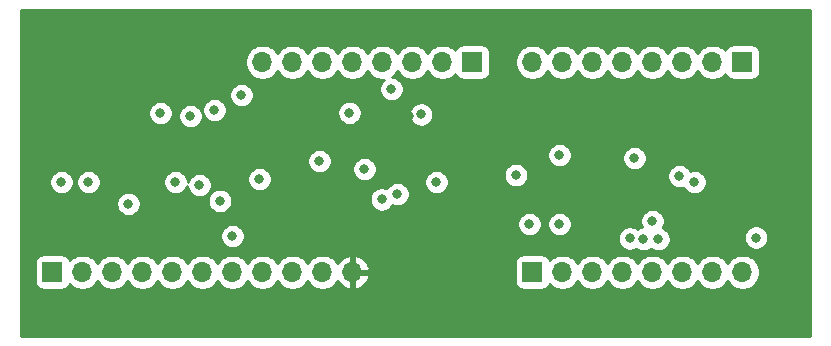
<source format=gbr>
%TF.GenerationSoftware,KiCad,Pcbnew,(5.1.10-1-10_14)*%
%TF.CreationDate,2021-12-11T09:19:18-05:00*%
%TF.ProjectId,control-unit,636f6e74-726f-46c2-9d75-6e69742e6b69,rev?*%
%TF.SameCoordinates,Original*%
%TF.FileFunction,Copper,L3,Inr*%
%TF.FilePolarity,Positive*%
%FSLAX46Y46*%
G04 Gerber Fmt 4.6, Leading zero omitted, Abs format (unit mm)*
G04 Created by KiCad (PCBNEW (5.1.10-1-10_14)) date 2021-12-11 09:19:18*
%MOMM*%
%LPD*%
G01*
G04 APERTURE LIST*
%TA.AperFunction,ComponentPad*%
%ADD10O,1.700000X1.700000*%
%TD*%
%TA.AperFunction,ComponentPad*%
%ADD11R,1.700000X1.700000*%
%TD*%
%TA.AperFunction,ViaPad*%
%ADD12C,0.800000*%
%TD*%
%TA.AperFunction,Conductor*%
%ADD13C,0.254000*%
%TD*%
%TA.AperFunction,Conductor*%
%ADD14C,0.100000*%
%TD*%
G04 APERTURE END LIST*
D10*
%TO.N,B0*%
%TO.C,J4*%
X169164000Y-79756000D03*
%TO.N,B1*%
X171704000Y-79756000D03*
%TO.N,B2*%
X174244000Y-79756000D03*
%TO.N,B3*%
X176784000Y-79756000D03*
%TO.N,B4*%
X179324000Y-79756000D03*
%TO.N,B5*%
X181864000Y-79756000D03*
%TO.N,B6*%
X184404000Y-79756000D03*
D11*
%TO.N,B7*%
X186944000Y-79756000D03*
%TD*%
D10*
%TO.N,A0*%
%TO.C,J3*%
X146304000Y-79756000D03*
%TO.N,A1*%
X148844000Y-79756000D03*
%TO.N,A2*%
X151384000Y-79756000D03*
%TO.N,A3*%
X153924000Y-79756000D03*
%TO.N,A4*%
X156464000Y-79756000D03*
%TO.N,A5*%
X159004000Y-79756000D03*
%TO.N,A6*%
X161544000Y-79756000D03*
D11*
%TO.N,A7*%
X164084000Y-79756000D03*
%TD*%
D10*
%TO.N,VCC*%
%TO.C,J2*%
X153924000Y-97536000D03*
%TO.N,GND*%
X151384000Y-97536000D03*
%TO.N,~LDA*%
X148844000Y-97536000D03*
%TO.N,~A_OUT*%
X146304000Y-97536000D03*
%TO.N,LDB*%
X143764000Y-97536000D03*
%TO.N,~SHL*%
X141224000Y-97536000D03*
%TO.N,~SHR*%
X138684000Y-97536000D03*
%TO.N,~ROR*%
X136144000Y-97536000D03*
%TO.N,~ROL*%
X133604000Y-97536000D03*
%TO.N,CLOCK*%
X131064000Y-97536000D03*
D11*
%TO.N,~RESET*%
X128524000Y-97536000D03*
%TD*%
D10*
%TO.N,BUS0*%
%TO.C,J1*%
X186944000Y-97536000D03*
%TO.N,BUS1*%
X184404000Y-97536000D03*
%TO.N,BUS2*%
X181864000Y-97536000D03*
%TO.N,BUS3*%
X179324000Y-97536000D03*
%TO.N,BUS4*%
X176784000Y-97536000D03*
%TO.N,BUS5*%
X174244000Y-97536000D03*
%TO.N,BUS6*%
X171704000Y-97536000D03*
D11*
%TO.N,BUS7*%
X169164000Y-97536000D03*
%TD*%
D12*
%TO.N,VCC*%
X170756500Y-86037500D03*
X128524000Y-86360000D03*
X142494000Y-89154000D03*
X158750000Y-84328000D03*
X182372000Y-88138004D03*
X136652000Y-89662000D03*
%TO.N,A3*%
X161036000Y-89916000D03*
X151130000Y-88138000D03*
%TO.N,GND*%
X179324000Y-93218000D03*
X182880000Y-89916000D03*
X188091000Y-94611000D03*
X171450000Y-93472000D03*
X168910000Y-93472000D03*
X156399000Y-91375000D03*
X142696249Y-91500922D03*
X140208000Y-84328000D03*
X134942500Y-91762500D03*
X144526000Y-82550000D03*
X157226000Y-82042000D03*
X181610000Y-89408000D03*
X137668000Y-84074000D03*
%TO.N,~LDA*%
X131572000Y-89916000D03*
X129286000Y-89916000D03*
%TO.N,~A_OUT*%
X171450000Y-87630000D03*
%TO.N,A7*%
X142240000Y-83820000D03*
%TO.N,A4*%
X154928970Y-88815979D03*
X159739961Y-84186577D03*
%TO.N,BUS0*%
X179832000Y-94742000D03*
%TO.N,BUS1*%
X178562000Y-94742000D03*
%TO.N,BUS2*%
X177413420Y-94680933D03*
%TO.N,CLOCK*%
X153659500Y-84063500D03*
%TO.N,CISR*%
X143764000Y-94488000D03*
X140970000Y-90170000D03*
%TO.N,~RESET*%
X157734000Y-90932000D03*
X146050000Y-89662000D03*
%TO.N,CISL*%
X138938000Y-89916000D03*
X167750491Y-89323545D03*
%TO.N,LDB*%
X177800000Y-87884000D03*
%TD*%
D13*
%TO.N,VCC*%
X192634001Y-102972000D02*
X125882000Y-102972000D01*
X125882000Y-96686000D01*
X127035928Y-96686000D01*
X127035928Y-98386000D01*
X127048188Y-98510482D01*
X127084498Y-98630180D01*
X127143463Y-98740494D01*
X127222815Y-98837185D01*
X127319506Y-98916537D01*
X127429820Y-98975502D01*
X127549518Y-99011812D01*
X127674000Y-99024072D01*
X129374000Y-99024072D01*
X129498482Y-99011812D01*
X129618180Y-98975502D01*
X129728494Y-98916537D01*
X129825185Y-98837185D01*
X129904537Y-98740494D01*
X129963502Y-98630180D01*
X129985513Y-98557620D01*
X130117368Y-98689475D01*
X130360589Y-98851990D01*
X130630842Y-98963932D01*
X130917740Y-99021000D01*
X131210260Y-99021000D01*
X131497158Y-98963932D01*
X131767411Y-98851990D01*
X132010632Y-98689475D01*
X132217475Y-98482632D01*
X132334000Y-98308240D01*
X132450525Y-98482632D01*
X132657368Y-98689475D01*
X132900589Y-98851990D01*
X133170842Y-98963932D01*
X133457740Y-99021000D01*
X133750260Y-99021000D01*
X134037158Y-98963932D01*
X134307411Y-98851990D01*
X134550632Y-98689475D01*
X134757475Y-98482632D01*
X134874000Y-98308240D01*
X134990525Y-98482632D01*
X135197368Y-98689475D01*
X135440589Y-98851990D01*
X135710842Y-98963932D01*
X135997740Y-99021000D01*
X136290260Y-99021000D01*
X136577158Y-98963932D01*
X136847411Y-98851990D01*
X137090632Y-98689475D01*
X137297475Y-98482632D01*
X137414000Y-98308240D01*
X137530525Y-98482632D01*
X137737368Y-98689475D01*
X137980589Y-98851990D01*
X138250842Y-98963932D01*
X138537740Y-99021000D01*
X138830260Y-99021000D01*
X139117158Y-98963932D01*
X139387411Y-98851990D01*
X139630632Y-98689475D01*
X139837475Y-98482632D01*
X139954000Y-98308240D01*
X140070525Y-98482632D01*
X140277368Y-98689475D01*
X140520589Y-98851990D01*
X140790842Y-98963932D01*
X141077740Y-99021000D01*
X141370260Y-99021000D01*
X141657158Y-98963932D01*
X141927411Y-98851990D01*
X142170632Y-98689475D01*
X142377475Y-98482632D01*
X142494000Y-98308240D01*
X142610525Y-98482632D01*
X142817368Y-98689475D01*
X143060589Y-98851990D01*
X143330842Y-98963932D01*
X143617740Y-99021000D01*
X143910260Y-99021000D01*
X144197158Y-98963932D01*
X144467411Y-98851990D01*
X144710632Y-98689475D01*
X144917475Y-98482632D01*
X145034000Y-98308240D01*
X145150525Y-98482632D01*
X145357368Y-98689475D01*
X145600589Y-98851990D01*
X145870842Y-98963932D01*
X146157740Y-99021000D01*
X146450260Y-99021000D01*
X146737158Y-98963932D01*
X147007411Y-98851990D01*
X147250632Y-98689475D01*
X147457475Y-98482632D01*
X147574000Y-98308240D01*
X147690525Y-98482632D01*
X147897368Y-98689475D01*
X148140589Y-98851990D01*
X148410842Y-98963932D01*
X148697740Y-99021000D01*
X148990260Y-99021000D01*
X149277158Y-98963932D01*
X149547411Y-98851990D01*
X149790632Y-98689475D01*
X149997475Y-98482632D01*
X150114000Y-98308240D01*
X150230525Y-98482632D01*
X150437368Y-98689475D01*
X150680589Y-98851990D01*
X150950842Y-98963932D01*
X151237740Y-99021000D01*
X151530260Y-99021000D01*
X151817158Y-98963932D01*
X152087411Y-98851990D01*
X152330632Y-98689475D01*
X152537475Y-98482632D01*
X152659195Y-98300466D01*
X152728822Y-98417355D01*
X152923731Y-98633588D01*
X153157080Y-98807641D01*
X153419901Y-98932825D01*
X153567110Y-98977476D01*
X153797000Y-98856155D01*
X153797000Y-97663000D01*
X154051000Y-97663000D01*
X154051000Y-98856155D01*
X154280890Y-98977476D01*
X154428099Y-98932825D01*
X154690920Y-98807641D01*
X154924269Y-98633588D01*
X155119178Y-98417355D01*
X155268157Y-98167252D01*
X155365481Y-97892891D01*
X155244814Y-97663000D01*
X154051000Y-97663000D01*
X153797000Y-97663000D01*
X153777000Y-97663000D01*
X153777000Y-97409000D01*
X153797000Y-97409000D01*
X153797000Y-96215845D01*
X154051000Y-96215845D01*
X154051000Y-97409000D01*
X155244814Y-97409000D01*
X155365481Y-97179109D01*
X155268157Y-96904748D01*
X155137856Y-96686000D01*
X167675928Y-96686000D01*
X167675928Y-98386000D01*
X167688188Y-98510482D01*
X167724498Y-98630180D01*
X167783463Y-98740494D01*
X167862815Y-98837185D01*
X167959506Y-98916537D01*
X168069820Y-98975502D01*
X168189518Y-99011812D01*
X168314000Y-99024072D01*
X170014000Y-99024072D01*
X170138482Y-99011812D01*
X170258180Y-98975502D01*
X170368494Y-98916537D01*
X170465185Y-98837185D01*
X170544537Y-98740494D01*
X170603502Y-98630180D01*
X170625513Y-98557620D01*
X170757368Y-98689475D01*
X171000589Y-98851990D01*
X171270842Y-98963932D01*
X171557740Y-99021000D01*
X171850260Y-99021000D01*
X172137158Y-98963932D01*
X172407411Y-98851990D01*
X172650632Y-98689475D01*
X172857475Y-98482632D01*
X172974000Y-98308240D01*
X173090525Y-98482632D01*
X173297368Y-98689475D01*
X173540589Y-98851990D01*
X173810842Y-98963932D01*
X174097740Y-99021000D01*
X174390260Y-99021000D01*
X174677158Y-98963932D01*
X174947411Y-98851990D01*
X175190632Y-98689475D01*
X175397475Y-98482632D01*
X175514000Y-98308240D01*
X175630525Y-98482632D01*
X175837368Y-98689475D01*
X176080589Y-98851990D01*
X176350842Y-98963932D01*
X176637740Y-99021000D01*
X176930260Y-99021000D01*
X177217158Y-98963932D01*
X177487411Y-98851990D01*
X177730632Y-98689475D01*
X177937475Y-98482632D01*
X178054000Y-98308240D01*
X178170525Y-98482632D01*
X178377368Y-98689475D01*
X178620589Y-98851990D01*
X178890842Y-98963932D01*
X179177740Y-99021000D01*
X179470260Y-99021000D01*
X179757158Y-98963932D01*
X180027411Y-98851990D01*
X180270632Y-98689475D01*
X180477475Y-98482632D01*
X180594000Y-98308240D01*
X180710525Y-98482632D01*
X180917368Y-98689475D01*
X181160589Y-98851990D01*
X181430842Y-98963932D01*
X181717740Y-99021000D01*
X182010260Y-99021000D01*
X182297158Y-98963932D01*
X182567411Y-98851990D01*
X182810632Y-98689475D01*
X183017475Y-98482632D01*
X183134000Y-98308240D01*
X183250525Y-98482632D01*
X183457368Y-98689475D01*
X183700589Y-98851990D01*
X183970842Y-98963932D01*
X184257740Y-99021000D01*
X184550260Y-99021000D01*
X184837158Y-98963932D01*
X185107411Y-98851990D01*
X185350632Y-98689475D01*
X185557475Y-98482632D01*
X185674000Y-98308240D01*
X185790525Y-98482632D01*
X185997368Y-98689475D01*
X186240589Y-98851990D01*
X186510842Y-98963932D01*
X186797740Y-99021000D01*
X187090260Y-99021000D01*
X187377158Y-98963932D01*
X187647411Y-98851990D01*
X187890632Y-98689475D01*
X188097475Y-98482632D01*
X188259990Y-98239411D01*
X188371932Y-97969158D01*
X188429000Y-97682260D01*
X188429000Y-97389740D01*
X188371932Y-97102842D01*
X188259990Y-96832589D01*
X188097475Y-96589368D01*
X187890632Y-96382525D01*
X187647411Y-96220010D01*
X187377158Y-96108068D01*
X187090260Y-96051000D01*
X186797740Y-96051000D01*
X186510842Y-96108068D01*
X186240589Y-96220010D01*
X185997368Y-96382525D01*
X185790525Y-96589368D01*
X185674000Y-96763760D01*
X185557475Y-96589368D01*
X185350632Y-96382525D01*
X185107411Y-96220010D01*
X184837158Y-96108068D01*
X184550260Y-96051000D01*
X184257740Y-96051000D01*
X183970842Y-96108068D01*
X183700589Y-96220010D01*
X183457368Y-96382525D01*
X183250525Y-96589368D01*
X183134000Y-96763760D01*
X183017475Y-96589368D01*
X182810632Y-96382525D01*
X182567411Y-96220010D01*
X182297158Y-96108068D01*
X182010260Y-96051000D01*
X181717740Y-96051000D01*
X181430842Y-96108068D01*
X181160589Y-96220010D01*
X180917368Y-96382525D01*
X180710525Y-96589368D01*
X180594000Y-96763760D01*
X180477475Y-96589368D01*
X180270632Y-96382525D01*
X180027411Y-96220010D01*
X179757158Y-96108068D01*
X179470260Y-96051000D01*
X179177740Y-96051000D01*
X178890842Y-96108068D01*
X178620589Y-96220010D01*
X178377368Y-96382525D01*
X178170525Y-96589368D01*
X178054000Y-96763760D01*
X177937475Y-96589368D01*
X177730632Y-96382525D01*
X177487411Y-96220010D01*
X177217158Y-96108068D01*
X176930260Y-96051000D01*
X176637740Y-96051000D01*
X176350842Y-96108068D01*
X176080589Y-96220010D01*
X175837368Y-96382525D01*
X175630525Y-96589368D01*
X175514000Y-96763760D01*
X175397475Y-96589368D01*
X175190632Y-96382525D01*
X174947411Y-96220010D01*
X174677158Y-96108068D01*
X174390260Y-96051000D01*
X174097740Y-96051000D01*
X173810842Y-96108068D01*
X173540589Y-96220010D01*
X173297368Y-96382525D01*
X173090525Y-96589368D01*
X172974000Y-96763760D01*
X172857475Y-96589368D01*
X172650632Y-96382525D01*
X172407411Y-96220010D01*
X172137158Y-96108068D01*
X171850260Y-96051000D01*
X171557740Y-96051000D01*
X171270842Y-96108068D01*
X171000589Y-96220010D01*
X170757368Y-96382525D01*
X170625513Y-96514380D01*
X170603502Y-96441820D01*
X170544537Y-96331506D01*
X170465185Y-96234815D01*
X170368494Y-96155463D01*
X170258180Y-96096498D01*
X170138482Y-96060188D01*
X170014000Y-96047928D01*
X168314000Y-96047928D01*
X168189518Y-96060188D01*
X168069820Y-96096498D01*
X167959506Y-96155463D01*
X167862815Y-96234815D01*
X167783463Y-96331506D01*
X167724498Y-96441820D01*
X167688188Y-96561518D01*
X167675928Y-96686000D01*
X155137856Y-96686000D01*
X155119178Y-96654645D01*
X154924269Y-96438412D01*
X154690920Y-96264359D01*
X154428099Y-96139175D01*
X154280890Y-96094524D01*
X154051000Y-96215845D01*
X153797000Y-96215845D01*
X153567110Y-96094524D01*
X153419901Y-96139175D01*
X153157080Y-96264359D01*
X152923731Y-96438412D01*
X152728822Y-96654645D01*
X152659195Y-96771534D01*
X152537475Y-96589368D01*
X152330632Y-96382525D01*
X152087411Y-96220010D01*
X151817158Y-96108068D01*
X151530260Y-96051000D01*
X151237740Y-96051000D01*
X150950842Y-96108068D01*
X150680589Y-96220010D01*
X150437368Y-96382525D01*
X150230525Y-96589368D01*
X150114000Y-96763760D01*
X149997475Y-96589368D01*
X149790632Y-96382525D01*
X149547411Y-96220010D01*
X149277158Y-96108068D01*
X148990260Y-96051000D01*
X148697740Y-96051000D01*
X148410842Y-96108068D01*
X148140589Y-96220010D01*
X147897368Y-96382525D01*
X147690525Y-96589368D01*
X147574000Y-96763760D01*
X147457475Y-96589368D01*
X147250632Y-96382525D01*
X147007411Y-96220010D01*
X146737158Y-96108068D01*
X146450260Y-96051000D01*
X146157740Y-96051000D01*
X145870842Y-96108068D01*
X145600589Y-96220010D01*
X145357368Y-96382525D01*
X145150525Y-96589368D01*
X145034000Y-96763760D01*
X144917475Y-96589368D01*
X144710632Y-96382525D01*
X144467411Y-96220010D01*
X144197158Y-96108068D01*
X143910260Y-96051000D01*
X143617740Y-96051000D01*
X143330842Y-96108068D01*
X143060589Y-96220010D01*
X142817368Y-96382525D01*
X142610525Y-96589368D01*
X142494000Y-96763760D01*
X142377475Y-96589368D01*
X142170632Y-96382525D01*
X141927411Y-96220010D01*
X141657158Y-96108068D01*
X141370260Y-96051000D01*
X141077740Y-96051000D01*
X140790842Y-96108068D01*
X140520589Y-96220010D01*
X140277368Y-96382525D01*
X140070525Y-96589368D01*
X139954000Y-96763760D01*
X139837475Y-96589368D01*
X139630632Y-96382525D01*
X139387411Y-96220010D01*
X139117158Y-96108068D01*
X138830260Y-96051000D01*
X138537740Y-96051000D01*
X138250842Y-96108068D01*
X137980589Y-96220010D01*
X137737368Y-96382525D01*
X137530525Y-96589368D01*
X137414000Y-96763760D01*
X137297475Y-96589368D01*
X137090632Y-96382525D01*
X136847411Y-96220010D01*
X136577158Y-96108068D01*
X136290260Y-96051000D01*
X135997740Y-96051000D01*
X135710842Y-96108068D01*
X135440589Y-96220010D01*
X135197368Y-96382525D01*
X134990525Y-96589368D01*
X134874000Y-96763760D01*
X134757475Y-96589368D01*
X134550632Y-96382525D01*
X134307411Y-96220010D01*
X134037158Y-96108068D01*
X133750260Y-96051000D01*
X133457740Y-96051000D01*
X133170842Y-96108068D01*
X132900589Y-96220010D01*
X132657368Y-96382525D01*
X132450525Y-96589368D01*
X132334000Y-96763760D01*
X132217475Y-96589368D01*
X132010632Y-96382525D01*
X131767411Y-96220010D01*
X131497158Y-96108068D01*
X131210260Y-96051000D01*
X130917740Y-96051000D01*
X130630842Y-96108068D01*
X130360589Y-96220010D01*
X130117368Y-96382525D01*
X129985513Y-96514380D01*
X129963502Y-96441820D01*
X129904537Y-96331506D01*
X129825185Y-96234815D01*
X129728494Y-96155463D01*
X129618180Y-96096498D01*
X129498482Y-96060188D01*
X129374000Y-96047928D01*
X127674000Y-96047928D01*
X127549518Y-96060188D01*
X127429820Y-96096498D01*
X127319506Y-96155463D01*
X127222815Y-96234815D01*
X127143463Y-96331506D01*
X127084498Y-96441820D01*
X127048188Y-96561518D01*
X127035928Y-96686000D01*
X125882000Y-96686000D01*
X125882000Y-94386061D01*
X142729000Y-94386061D01*
X142729000Y-94589939D01*
X142768774Y-94789898D01*
X142846795Y-94978256D01*
X142960063Y-95147774D01*
X143104226Y-95291937D01*
X143273744Y-95405205D01*
X143462102Y-95483226D01*
X143662061Y-95523000D01*
X143865939Y-95523000D01*
X144065898Y-95483226D01*
X144254256Y-95405205D01*
X144423774Y-95291937D01*
X144567937Y-95147774D01*
X144681205Y-94978256D01*
X144759226Y-94789898D01*
X144799000Y-94589939D01*
X144799000Y-94578994D01*
X176378420Y-94578994D01*
X176378420Y-94782872D01*
X176418194Y-94982831D01*
X176496215Y-95171189D01*
X176609483Y-95340707D01*
X176753646Y-95484870D01*
X176923164Y-95598138D01*
X177111522Y-95676159D01*
X177311481Y-95715933D01*
X177515359Y-95715933D01*
X177715318Y-95676159D01*
X177903676Y-95598138D01*
X177942013Y-95572522D01*
X178071744Y-95659205D01*
X178260102Y-95737226D01*
X178460061Y-95777000D01*
X178663939Y-95777000D01*
X178863898Y-95737226D01*
X179052256Y-95659205D01*
X179197000Y-95562490D01*
X179341744Y-95659205D01*
X179530102Y-95737226D01*
X179730061Y-95777000D01*
X179933939Y-95777000D01*
X180133898Y-95737226D01*
X180322256Y-95659205D01*
X180491774Y-95545937D01*
X180635937Y-95401774D01*
X180749205Y-95232256D01*
X180827226Y-95043898D01*
X180867000Y-94843939D01*
X180867000Y-94640061D01*
X180840943Y-94509061D01*
X187056000Y-94509061D01*
X187056000Y-94712939D01*
X187095774Y-94912898D01*
X187173795Y-95101256D01*
X187287063Y-95270774D01*
X187431226Y-95414937D01*
X187600744Y-95528205D01*
X187789102Y-95606226D01*
X187989061Y-95646000D01*
X188192939Y-95646000D01*
X188392898Y-95606226D01*
X188581256Y-95528205D01*
X188750774Y-95414937D01*
X188894937Y-95270774D01*
X189008205Y-95101256D01*
X189086226Y-94912898D01*
X189126000Y-94712939D01*
X189126000Y-94509061D01*
X189086226Y-94309102D01*
X189008205Y-94120744D01*
X188894937Y-93951226D01*
X188750774Y-93807063D01*
X188581256Y-93693795D01*
X188392898Y-93615774D01*
X188192939Y-93576000D01*
X187989061Y-93576000D01*
X187789102Y-93615774D01*
X187600744Y-93693795D01*
X187431226Y-93807063D01*
X187287063Y-93951226D01*
X187173795Y-94120744D01*
X187095774Y-94309102D01*
X187056000Y-94509061D01*
X180840943Y-94509061D01*
X180827226Y-94440102D01*
X180749205Y-94251744D01*
X180635937Y-94082226D01*
X180491774Y-93938063D01*
X180322256Y-93824795D01*
X180197786Y-93773237D01*
X180241205Y-93708256D01*
X180319226Y-93519898D01*
X180359000Y-93319939D01*
X180359000Y-93116061D01*
X180319226Y-92916102D01*
X180241205Y-92727744D01*
X180127937Y-92558226D01*
X179983774Y-92414063D01*
X179814256Y-92300795D01*
X179625898Y-92222774D01*
X179425939Y-92183000D01*
X179222061Y-92183000D01*
X179022102Y-92222774D01*
X178833744Y-92300795D01*
X178664226Y-92414063D01*
X178520063Y-92558226D01*
X178406795Y-92727744D01*
X178328774Y-92916102D01*
X178289000Y-93116061D01*
X178289000Y-93319939D01*
X178328774Y-93519898D01*
X178406795Y-93708256D01*
X178412303Y-93716500D01*
X178260102Y-93746774D01*
X178071744Y-93824795D01*
X178033407Y-93850411D01*
X177903676Y-93763728D01*
X177715318Y-93685707D01*
X177515359Y-93645933D01*
X177311481Y-93645933D01*
X177111522Y-93685707D01*
X176923164Y-93763728D01*
X176753646Y-93876996D01*
X176609483Y-94021159D01*
X176496215Y-94190677D01*
X176418194Y-94379035D01*
X176378420Y-94578994D01*
X144799000Y-94578994D01*
X144799000Y-94386061D01*
X144759226Y-94186102D01*
X144681205Y-93997744D01*
X144567937Y-93828226D01*
X144423774Y-93684063D01*
X144254256Y-93570795D01*
X144065898Y-93492774D01*
X143865939Y-93453000D01*
X143662061Y-93453000D01*
X143462102Y-93492774D01*
X143273744Y-93570795D01*
X143104226Y-93684063D01*
X142960063Y-93828226D01*
X142846795Y-93997744D01*
X142768774Y-94186102D01*
X142729000Y-94386061D01*
X125882000Y-94386061D01*
X125882000Y-93370061D01*
X167875000Y-93370061D01*
X167875000Y-93573939D01*
X167914774Y-93773898D01*
X167992795Y-93962256D01*
X168106063Y-94131774D01*
X168250226Y-94275937D01*
X168419744Y-94389205D01*
X168608102Y-94467226D01*
X168808061Y-94507000D01*
X169011939Y-94507000D01*
X169211898Y-94467226D01*
X169400256Y-94389205D01*
X169569774Y-94275937D01*
X169713937Y-94131774D01*
X169827205Y-93962256D01*
X169905226Y-93773898D01*
X169945000Y-93573939D01*
X169945000Y-93370061D01*
X170415000Y-93370061D01*
X170415000Y-93573939D01*
X170454774Y-93773898D01*
X170532795Y-93962256D01*
X170646063Y-94131774D01*
X170790226Y-94275937D01*
X170959744Y-94389205D01*
X171148102Y-94467226D01*
X171348061Y-94507000D01*
X171551939Y-94507000D01*
X171751898Y-94467226D01*
X171940256Y-94389205D01*
X172109774Y-94275937D01*
X172253937Y-94131774D01*
X172367205Y-93962256D01*
X172445226Y-93773898D01*
X172485000Y-93573939D01*
X172485000Y-93370061D01*
X172445226Y-93170102D01*
X172367205Y-92981744D01*
X172253937Y-92812226D01*
X172109774Y-92668063D01*
X171940256Y-92554795D01*
X171751898Y-92476774D01*
X171551939Y-92437000D01*
X171348061Y-92437000D01*
X171148102Y-92476774D01*
X170959744Y-92554795D01*
X170790226Y-92668063D01*
X170646063Y-92812226D01*
X170532795Y-92981744D01*
X170454774Y-93170102D01*
X170415000Y-93370061D01*
X169945000Y-93370061D01*
X169905226Y-93170102D01*
X169827205Y-92981744D01*
X169713937Y-92812226D01*
X169569774Y-92668063D01*
X169400256Y-92554795D01*
X169211898Y-92476774D01*
X169011939Y-92437000D01*
X168808061Y-92437000D01*
X168608102Y-92476774D01*
X168419744Y-92554795D01*
X168250226Y-92668063D01*
X168106063Y-92812226D01*
X167992795Y-92981744D01*
X167914774Y-93170102D01*
X167875000Y-93370061D01*
X125882000Y-93370061D01*
X125882000Y-91660561D01*
X133907500Y-91660561D01*
X133907500Y-91864439D01*
X133947274Y-92064398D01*
X134025295Y-92252756D01*
X134138563Y-92422274D01*
X134282726Y-92566437D01*
X134452244Y-92679705D01*
X134640602Y-92757726D01*
X134840561Y-92797500D01*
X135044439Y-92797500D01*
X135244398Y-92757726D01*
X135432756Y-92679705D01*
X135602274Y-92566437D01*
X135746437Y-92422274D01*
X135859705Y-92252756D01*
X135937726Y-92064398D01*
X135977500Y-91864439D01*
X135977500Y-91660561D01*
X135937726Y-91460602D01*
X135912203Y-91398983D01*
X141661249Y-91398983D01*
X141661249Y-91602861D01*
X141701023Y-91802820D01*
X141779044Y-91991178D01*
X141892312Y-92160696D01*
X142036475Y-92304859D01*
X142205993Y-92418127D01*
X142394351Y-92496148D01*
X142594310Y-92535922D01*
X142798188Y-92535922D01*
X142998147Y-92496148D01*
X143186505Y-92418127D01*
X143356023Y-92304859D01*
X143500186Y-92160696D01*
X143613454Y-91991178D01*
X143691475Y-91802820D01*
X143731249Y-91602861D01*
X143731249Y-91398983D01*
X143706202Y-91273061D01*
X155364000Y-91273061D01*
X155364000Y-91476939D01*
X155403774Y-91676898D01*
X155481795Y-91865256D01*
X155595063Y-92034774D01*
X155739226Y-92178937D01*
X155908744Y-92292205D01*
X156097102Y-92370226D01*
X156297061Y-92410000D01*
X156500939Y-92410000D01*
X156700898Y-92370226D01*
X156889256Y-92292205D01*
X157058774Y-92178937D01*
X157202937Y-92034774D01*
X157308897Y-91876193D01*
X157432102Y-91927226D01*
X157632061Y-91967000D01*
X157835939Y-91967000D01*
X158035898Y-91927226D01*
X158224256Y-91849205D01*
X158393774Y-91735937D01*
X158537937Y-91591774D01*
X158651205Y-91422256D01*
X158729226Y-91233898D01*
X158769000Y-91033939D01*
X158769000Y-90830061D01*
X158729226Y-90630102D01*
X158651205Y-90441744D01*
X158537937Y-90272226D01*
X158393774Y-90128063D01*
X158224256Y-90014795D01*
X158035898Y-89936774D01*
X157835939Y-89897000D01*
X157632061Y-89897000D01*
X157432102Y-89936774D01*
X157243744Y-90014795D01*
X157074226Y-90128063D01*
X156930063Y-90272226D01*
X156824103Y-90430807D01*
X156700898Y-90379774D01*
X156500939Y-90340000D01*
X156297061Y-90340000D01*
X156097102Y-90379774D01*
X155908744Y-90457795D01*
X155739226Y-90571063D01*
X155595063Y-90715226D01*
X155481795Y-90884744D01*
X155403774Y-91073102D01*
X155364000Y-91273061D01*
X143706202Y-91273061D01*
X143691475Y-91199024D01*
X143613454Y-91010666D01*
X143500186Y-90841148D01*
X143356023Y-90696985D01*
X143186505Y-90583717D01*
X142998147Y-90505696D01*
X142798188Y-90465922D01*
X142594310Y-90465922D01*
X142394351Y-90505696D01*
X142205993Y-90583717D01*
X142036475Y-90696985D01*
X141892312Y-90841148D01*
X141779044Y-91010666D01*
X141701023Y-91199024D01*
X141661249Y-91398983D01*
X135912203Y-91398983D01*
X135859705Y-91272244D01*
X135746437Y-91102726D01*
X135602274Y-90958563D01*
X135432756Y-90845295D01*
X135244398Y-90767274D01*
X135044439Y-90727500D01*
X134840561Y-90727500D01*
X134640602Y-90767274D01*
X134452244Y-90845295D01*
X134282726Y-90958563D01*
X134138563Y-91102726D01*
X134025295Y-91272244D01*
X133947274Y-91460602D01*
X133907500Y-91660561D01*
X125882000Y-91660561D01*
X125882000Y-89814061D01*
X128251000Y-89814061D01*
X128251000Y-90017939D01*
X128290774Y-90217898D01*
X128368795Y-90406256D01*
X128482063Y-90575774D01*
X128626226Y-90719937D01*
X128795744Y-90833205D01*
X128984102Y-90911226D01*
X129184061Y-90951000D01*
X129387939Y-90951000D01*
X129587898Y-90911226D01*
X129776256Y-90833205D01*
X129945774Y-90719937D01*
X130089937Y-90575774D01*
X130203205Y-90406256D01*
X130281226Y-90217898D01*
X130321000Y-90017939D01*
X130321000Y-89814061D01*
X130537000Y-89814061D01*
X130537000Y-90017939D01*
X130576774Y-90217898D01*
X130654795Y-90406256D01*
X130768063Y-90575774D01*
X130912226Y-90719937D01*
X131081744Y-90833205D01*
X131270102Y-90911226D01*
X131470061Y-90951000D01*
X131673939Y-90951000D01*
X131873898Y-90911226D01*
X132062256Y-90833205D01*
X132231774Y-90719937D01*
X132375937Y-90575774D01*
X132489205Y-90406256D01*
X132567226Y-90217898D01*
X132607000Y-90017939D01*
X132607000Y-89814061D01*
X137903000Y-89814061D01*
X137903000Y-90017939D01*
X137942774Y-90217898D01*
X138020795Y-90406256D01*
X138134063Y-90575774D01*
X138278226Y-90719937D01*
X138447744Y-90833205D01*
X138636102Y-90911226D01*
X138836061Y-90951000D01*
X139039939Y-90951000D01*
X139239898Y-90911226D01*
X139428256Y-90833205D01*
X139597774Y-90719937D01*
X139741937Y-90575774D01*
X139855205Y-90406256D01*
X139933226Y-90217898D01*
X139935000Y-90208979D01*
X139935000Y-90271939D01*
X139974774Y-90471898D01*
X140052795Y-90660256D01*
X140166063Y-90829774D01*
X140310226Y-90973937D01*
X140479744Y-91087205D01*
X140668102Y-91165226D01*
X140868061Y-91205000D01*
X141071939Y-91205000D01*
X141271898Y-91165226D01*
X141460256Y-91087205D01*
X141629774Y-90973937D01*
X141773937Y-90829774D01*
X141887205Y-90660256D01*
X141965226Y-90471898D01*
X142005000Y-90271939D01*
X142005000Y-90068061D01*
X141965226Y-89868102D01*
X141887205Y-89679744D01*
X141807236Y-89560061D01*
X145015000Y-89560061D01*
X145015000Y-89763939D01*
X145054774Y-89963898D01*
X145132795Y-90152256D01*
X145246063Y-90321774D01*
X145390226Y-90465937D01*
X145559744Y-90579205D01*
X145748102Y-90657226D01*
X145948061Y-90697000D01*
X146151939Y-90697000D01*
X146351898Y-90657226D01*
X146540256Y-90579205D01*
X146709774Y-90465937D01*
X146853937Y-90321774D01*
X146967205Y-90152256D01*
X147045226Y-89963898D01*
X147085000Y-89763939D01*
X147085000Y-89560061D01*
X147045226Y-89360102D01*
X146967205Y-89171744D01*
X146853937Y-89002226D01*
X146709774Y-88858063D01*
X146540256Y-88744795D01*
X146351898Y-88666774D01*
X146151939Y-88627000D01*
X145948061Y-88627000D01*
X145748102Y-88666774D01*
X145559744Y-88744795D01*
X145390226Y-88858063D01*
X145246063Y-89002226D01*
X145132795Y-89171744D01*
X145054774Y-89360102D01*
X145015000Y-89560061D01*
X141807236Y-89560061D01*
X141773937Y-89510226D01*
X141629774Y-89366063D01*
X141460256Y-89252795D01*
X141271898Y-89174774D01*
X141071939Y-89135000D01*
X140868061Y-89135000D01*
X140668102Y-89174774D01*
X140479744Y-89252795D01*
X140310226Y-89366063D01*
X140166063Y-89510226D01*
X140052795Y-89679744D01*
X139974774Y-89868102D01*
X139973000Y-89877021D01*
X139973000Y-89814061D01*
X139933226Y-89614102D01*
X139855205Y-89425744D01*
X139741937Y-89256226D01*
X139597774Y-89112063D01*
X139428256Y-88998795D01*
X139239898Y-88920774D01*
X139039939Y-88881000D01*
X138836061Y-88881000D01*
X138636102Y-88920774D01*
X138447744Y-88998795D01*
X138278226Y-89112063D01*
X138134063Y-89256226D01*
X138020795Y-89425744D01*
X137942774Y-89614102D01*
X137903000Y-89814061D01*
X132607000Y-89814061D01*
X132567226Y-89614102D01*
X132489205Y-89425744D01*
X132375937Y-89256226D01*
X132231774Y-89112063D01*
X132062256Y-88998795D01*
X131873898Y-88920774D01*
X131673939Y-88881000D01*
X131470061Y-88881000D01*
X131270102Y-88920774D01*
X131081744Y-88998795D01*
X130912226Y-89112063D01*
X130768063Y-89256226D01*
X130654795Y-89425744D01*
X130576774Y-89614102D01*
X130537000Y-89814061D01*
X130321000Y-89814061D01*
X130281226Y-89614102D01*
X130203205Y-89425744D01*
X130089937Y-89256226D01*
X129945774Y-89112063D01*
X129776256Y-88998795D01*
X129587898Y-88920774D01*
X129387939Y-88881000D01*
X129184061Y-88881000D01*
X128984102Y-88920774D01*
X128795744Y-88998795D01*
X128626226Y-89112063D01*
X128482063Y-89256226D01*
X128368795Y-89425744D01*
X128290774Y-89614102D01*
X128251000Y-89814061D01*
X125882000Y-89814061D01*
X125882000Y-88036061D01*
X150095000Y-88036061D01*
X150095000Y-88239939D01*
X150134774Y-88439898D01*
X150212795Y-88628256D01*
X150326063Y-88797774D01*
X150470226Y-88941937D01*
X150639744Y-89055205D01*
X150828102Y-89133226D01*
X151028061Y-89173000D01*
X151231939Y-89173000D01*
X151431898Y-89133226D01*
X151620256Y-89055205D01*
X151789774Y-88941937D01*
X151933937Y-88797774D01*
X151989886Y-88714040D01*
X153893970Y-88714040D01*
X153893970Y-88917918D01*
X153933744Y-89117877D01*
X154011765Y-89306235D01*
X154125033Y-89475753D01*
X154269196Y-89619916D01*
X154438714Y-89733184D01*
X154627072Y-89811205D01*
X154827031Y-89850979D01*
X155030909Y-89850979D01*
X155216509Y-89814061D01*
X160001000Y-89814061D01*
X160001000Y-90017939D01*
X160040774Y-90217898D01*
X160118795Y-90406256D01*
X160232063Y-90575774D01*
X160376226Y-90719937D01*
X160545744Y-90833205D01*
X160734102Y-90911226D01*
X160934061Y-90951000D01*
X161137939Y-90951000D01*
X161337898Y-90911226D01*
X161526256Y-90833205D01*
X161695774Y-90719937D01*
X161839937Y-90575774D01*
X161953205Y-90406256D01*
X162031226Y-90217898D01*
X162071000Y-90017939D01*
X162071000Y-89814061D01*
X162031226Y-89614102D01*
X161953205Y-89425744D01*
X161839937Y-89256226D01*
X161805317Y-89221606D01*
X166715491Y-89221606D01*
X166715491Y-89425484D01*
X166755265Y-89625443D01*
X166833286Y-89813801D01*
X166946554Y-89983319D01*
X167090717Y-90127482D01*
X167260235Y-90240750D01*
X167448593Y-90318771D01*
X167648552Y-90358545D01*
X167852430Y-90358545D01*
X168052389Y-90318771D01*
X168240747Y-90240750D01*
X168410265Y-90127482D01*
X168554428Y-89983319D01*
X168667696Y-89813801D01*
X168745717Y-89625443D01*
X168785491Y-89425484D01*
X168785491Y-89306061D01*
X180575000Y-89306061D01*
X180575000Y-89509939D01*
X180614774Y-89709898D01*
X180692795Y-89898256D01*
X180806063Y-90067774D01*
X180950226Y-90211937D01*
X181119744Y-90325205D01*
X181308102Y-90403226D01*
X181508061Y-90443000D01*
X181711939Y-90443000D01*
X181911898Y-90403226D01*
X181954270Y-90385675D01*
X181962795Y-90406256D01*
X182076063Y-90575774D01*
X182220226Y-90719937D01*
X182389744Y-90833205D01*
X182578102Y-90911226D01*
X182778061Y-90951000D01*
X182981939Y-90951000D01*
X183181898Y-90911226D01*
X183370256Y-90833205D01*
X183539774Y-90719937D01*
X183683937Y-90575774D01*
X183797205Y-90406256D01*
X183875226Y-90217898D01*
X183915000Y-90017939D01*
X183915000Y-89814061D01*
X183875226Y-89614102D01*
X183797205Y-89425744D01*
X183683937Y-89256226D01*
X183539774Y-89112063D01*
X183370256Y-88998795D01*
X183181898Y-88920774D01*
X182981939Y-88881000D01*
X182778061Y-88881000D01*
X182578102Y-88920774D01*
X182535730Y-88938325D01*
X182527205Y-88917744D01*
X182413937Y-88748226D01*
X182269774Y-88604063D01*
X182100256Y-88490795D01*
X181911898Y-88412774D01*
X181711939Y-88373000D01*
X181508061Y-88373000D01*
X181308102Y-88412774D01*
X181119744Y-88490795D01*
X180950226Y-88604063D01*
X180806063Y-88748226D01*
X180692795Y-88917744D01*
X180614774Y-89106102D01*
X180575000Y-89306061D01*
X168785491Y-89306061D01*
X168785491Y-89221606D01*
X168745717Y-89021647D01*
X168667696Y-88833289D01*
X168554428Y-88663771D01*
X168410265Y-88519608D01*
X168240747Y-88406340D01*
X168052389Y-88328319D01*
X167852430Y-88288545D01*
X167648552Y-88288545D01*
X167448593Y-88328319D01*
X167260235Y-88406340D01*
X167090717Y-88519608D01*
X166946554Y-88663771D01*
X166833286Y-88833289D01*
X166755265Y-89021647D01*
X166715491Y-89221606D01*
X161805317Y-89221606D01*
X161695774Y-89112063D01*
X161526256Y-88998795D01*
X161337898Y-88920774D01*
X161137939Y-88881000D01*
X160934061Y-88881000D01*
X160734102Y-88920774D01*
X160545744Y-88998795D01*
X160376226Y-89112063D01*
X160232063Y-89256226D01*
X160118795Y-89425744D01*
X160040774Y-89614102D01*
X160001000Y-89814061D01*
X155216509Y-89814061D01*
X155230868Y-89811205D01*
X155419226Y-89733184D01*
X155588744Y-89619916D01*
X155732907Y-89475753D01*
X155846175Y-89306235D01*
X155924196Y-89117877D01*
X155963970Y-88917918D01*
X155963970Y-88714040D01*
X155924196Y-88514081D01*
X155846175Y-88325723D01*
X155732907Y-88156205D01*
X155588744Y-88012042D01*
X155419226Y-87898774D01*
X155230868Y-87820753D01*
X155030909Y-87780979D01*
X154827031Y-87780979D01*
X154627072Y-87820753D01*
X154438714Y-87898774D01*
X154269196Y-88012042D01*
X154125033Y-88156205D01*
X154011765Y-88325723D01*
X153933744Y-88514081D01*
X153893970Y-88714040D01*
X151989886Y-88714040D01*
X152047205Y-88628256D01*
X152125226Y-88439898D01*
X152165000Y-88239939D01*
X152165000Y-88036061D01*
X152125226Y-87836102D01*
X152047205Y-87647744D01*
X151967236Y-87528061D01*
X170415000Y-87528061D01*
X170415000Y-87731939D01*
X170454774Y-87931898D01*
X170532795Y-88120256D01*
X170646063Y-88289774D01*
X170790226Y-88433937D01*
X170959744Y-88547205D01*
X171148102Y-88625226D01*
X171348061Y-88665000D01*
X171551939Y-88665000D01*
X171751898Y-88625226D01*
X171940256Y-88547205D01*
X172109774Y-88433937D01*
X172253937Y-88289774D01*
X172367205Y-88120256D01*
X172445226Y-87931898D01*
X172475030Y-87782061D01*
X176765000Y-87782061D01*
X176765000Y-87985939D01*
X176804774Y-88185898D01*
X176882795Y-88374256D01*
X176996063Y-88543774D01*
X177140226Y-88687937D01*
X177309744Y-88801205D01*
X177498102Y-88879226D01*
X177698061Y-88919000D01*
X177901939Y-88919000D01*
X178101898Y-88879226D01*
X178290256Y-88801205D01*
X178459774Y-88687937D01*
X178603937Y-88543774D01*
X178717205Y-88374256D01*
X178795226Y-88185898D01*
X178835000Y-87985939D01*
X178835000Y-87782061D01*
X178795226Y-87582102D01*
X178717205Y-87393744D01*
X178603937Y-87224226D01*
X178459774Y-87080063D01*
X178290256Y-86966795D01*
X178101898Y-86888774D01*
X177901939Y-86849000D01*
X177698061Y-86849000D01*
X177498102Y-86888774D01*
X177309744Y-86966795D01*
X177140226Y-87080063D01*
X176996063Y-87224226D01*
X176882795Y-87393744D01*
X176804774Y-87582102D01*
X176765000Y-87782061D01*
X172475030Y-87782061D01*
X172485000Y-87731939D01*
X172485000Y-87528061D01*
X172445226Y-87328102D01*
X172367205Y-87139744D01*
X172253937Y-86970226D01*
X172109774Y-86826063D01*
X171940256Y-86712795D01*
X171751898Y-86634774D01*
X171551939Y-86595000D01*
X171348061Y-86595000D01*
X171148102Y-86634774D01*
X170959744Y-86712795D01*
X170790226Y-86826063D01*
X170646063Y-86970226D01*
X170532795Y-87139744D01*
X170454774Y-87328102D01*
X170415000Y-87528061D01*
X151967236Y-87528061D01*
X151933937Y-87478226D01*
X151789774Y-87334063D01*
X151620256Y-87220795D01*
X151431898Y-87142774D01*
X151231939Y-87103000D01*
X151028061Y-87103000D01*
X150828102Y-87142774D01*
X150639744Y-87220795D01*
X150470226Y-87334063D01*
X150326063Y-87478226D01*
X150212795Y-87647744D01*
X150134774Y-87836102D01*
X150095000Y-88036061D01*
X125882000Y-88036061D01*
X125882000Y-83972061D01*
X136633000Y-83972061D01*
X136633000Y-84175939D01*
X136672774Y-84375898D01*
X136750795Y-84564256D01*
X136864063Y-84733774D01*
X137008226Y-84877937D01*
X137177744Y-84991205D01*
X137366102Y-85069226D01*
X137566061Y-85109000D01*
X137769939Y-85109000D01*
X137969898Y-85069226D01*
X138158256Y-84991205D01*
X138327774Y-84877937D01*
X138471937Y-84733774D01*
X138585205Y-84564256D01*
X138663226Y-84375898D01*
X138693030Y-84226061D01*
X139173000Y-84226061D01*
X139173000Y-84429939D01*
X139212774Y-84629898D01*
X139290795Y-84818256D01*
X139404063Y-84987774D01*
X139548226Y-85131937D01*
X139717744Y-85245205D01*
X139906102Y-85323226D01*
X140106061Y-85363000D01*
X140309939Y-85363000D01*
X140509898Y-85323226D01*
X140698256Y-85245205D01*
X140867774Y-85131937D01*
X141011937Y-84987774D01*
X141125205Y-84818256D01*
X141203226Y-84629898D01*
X141243000Y-84429939D01*
X141243000Y-84226061D01*
X141203226Y-84026102D01*
X141125205Y-83837744D01*
X141045236Y-83718061D01*
X141205000Y-83718061D01*
X141205000Y-83921939D01*
X141244774Y-84121898D01*
X141322795Y-84310256D01*
X141436063Y-84479774D01*
X141580226Y-84623937D01*
X141749744Y-84737205D01*
X141938102Y-84815226D01*
X142138061Y-84855000D01*
X142341939Y-84855000D01*
X142541898Y-84815226D01*
X142730256Y-84737205D01*
X142899774Y-84623937D01*
X143043937Y-84479774D01*
X143157205Y-84310256D01*
X143235226Y-84121898D01*
X143267118Y-83961561D01*
X152624500Y-83961561D01*
X152624500Y-84165439D01*
X152664274Y-84365398D01*
X152742295Y-84553756D01*
X152855563Y-84723274D01*
X152999726Y-84867437D01*
X153169244Y-84980705D01*
X153357602Y-85058726D01*
X153557561Y-85098500D01*
X153761439Y-85098500D01*
X153961398Y-85058726D01*
X154149756Y-84980705D01*
X154319274Y-84867437D01*
X154463437Y-84723274D01*
X154576705Y-84553756D01*
X154654726Y-84365398D01*
X154694500Y-84165439D01*
X154694500Y-84084638D01*
X158704961Y-84084638D01*
X158704961Y-84288516D01*
X158744735Y-84488475D01*
X158822756Y-84676833D01*
X158936024Y-84846351D01*
X159080187Y-84990514D01*
X159249705Y-85103782D01*
X159438063Y-85181803D01*
X159638022Y-85221577D01*
X159841900Y-85221577D01*
X160041859Y-85181803D01*
X160230217Y-85103782D01*
X160399735Y-84990514D01*
X160543898Y-84846351D01*
X160657166Y-84676833D01*
X160735187Y-84488475D01*
X160774961Y-84288516D01*
X160774961Y-84084638D01*
X160735187Y-83884679D01*
X160657166Y-83696321D01*
X160543898Y-83526803D01*
X160399735Y-83382640D01*
X160230217Y-83269372D01*
X160041859Y-83191351D01*
X159841900Y-83151577D01*
X159638022Y-83151577D01*
X159438063Y-83191351D01*
X159249705Y-83269372D01*
X159080187Y-83382640D01*
X158936024Y-83526803D01*
X158822756Y-83696321D01*
X158744735Y-83884679D01*
X158704961Y-84084638D01*
X154694500Y-84084638D01*
X154694500Y-83961561D01*
X154654726Y-83761602D01*
X154576705Y-83573244D01*
X154463437Y-83403726D01*
X154319274Y-83259563D01*
X154149756Y-83146295D01*
X153961398Y-83068274D01*
X153761439Y-83028500D01*
X153557561Y-83028500D01*
X153357602Y-83068274D01*
X153169244Y-83146295D01*
X152999726Y-83259563D01*
X152855563Y-83403726D01*
X152742295Y-83573244D01*
X152664274Y-83761602D01*
X152624500Y-83961561D01*
X143267118Y-83961561D01*
X143275000Y-83921939D01*
X143275000Y-83718061D01*
X143235226Y-83518102D01*
X143157205Y-83329744D01*
X143043937Y-83160226D01*
X142899774Y-83016063D01*
X142730256Y-82902795D01*
X142541898Y-82824774D01*
X142341939Y-82785000D01*
X142138061Y-82785000D01*
X141938102Y-82824774D01*
X141749744Y-82902795D01*
X141580226Y-83016063D01*
X141436063Y-83160226D01*
X141322795Y-83329744D01*
X141244774Y-83518102D01*
X141205000Y-83718061D01*
X141045236Y-83718061D01*
X141011937Y-83668226D01*
X140867774Y-83524063D01*
X140698256Y-83410795D01*
X140509898Y-83332774D01*
X140309939Y-83293000D01*
X140106061Y-83293000D01*
X139906102Y-83332774D01*
X139717744Y-83410795D01*
X139548226Y-83524063D01*
X139404063Y-83668226D01*
X139290795Y-83837744D01*
X139212774Y-84026102D01*
X139173000Y-84226061D01*
X138693030Y-84226061D01*
X138703000Y-84175939D01*
X138703000Y-83972061D01*
X138663226Y-83772102D01*
X138585205Y-83583744D01*
X138471937Y-83414226D01*
X138327774Y-83270063D01*
X138158256Y-83156795D01*
X137969898Y-83078774D01*
X137769939Y-83039000D01*
X137566061Y-83039000D01*
X137366102Y-83078774D01*
X137177744Y-83156795D01*
X137008226Y-83270063D01*
X136864063Y-83414226D01*
X136750795Y-83583744D01*
X136672774Y-83772102D01*
X136633000Y-83972061D01*
X125882000Y-83972061D01*
X125882000Y-82448061D01*
X143491000Y-82448061D01*
X143491000Y-82651939D01*
X143530774Y-82851898D01*
X143608795Y-83040256D01*
X143722063Y-83209774D01*
X143866226Y-83353937D01*
X144035744Y-83467205D01*
X144224102Y-83545226D01*
X144424061Y-83585000D01*
X144627939Y-83585000D01*
X144827898Y-83545226D01*
X145016256Y-83467205D01*
X145185774Y-83353937D01*
X145329937Y-83209774D01*
X145443205Y-83040256D01*
X145521226Y-82851898D01*
X145561000Y-82651939D01*
X145561000Y-82448061D01*
X145521226Y-82248102D01*
X145443205Y-82059744D01*
X145329937Y-81890226D01*
X145185774Y-81746063D01*
X145016256Y-81632795D01*
X144827898Y-81554774D01*
X144627939Y-81515000D01*
X144424061Y-81515000D01*
X144224102Y-81554774D01*
X144035744Y-81632795D01*
X143866226Y-81746063D01*
X143722063Y-81890226D01*
X143608795Y-82059744D01*
X143530774Y-82248102D01*
X143491000Y-82448061D01*
X125882000Y-82448061D01*
X125882000Y-79609740D01*
X144819000Y-79609740D01*
X144819000Y-79902260D01*
X144876068Y-80189158D01*
X144988010Y-80459411D01*
X145150525Y-80702632D01*
X145357368Y-80909475D01*
X145600589Y-81071990D01*
X145870842Y-81183932D01*
X146157740Y-81241000D01*
X146450260Y-81241000D01*
X146737158Y-81183932D01*
X147007411Y-81071990D01*
X147250632Y-80909475D01*
X147457475Y-80702632D01*
X147574000Y-80528240D01*
X147690525Y-80702632D01*
X147897368Y-80909475D01*
X148140589Y-81071990D01*
X148410842Y-81183932D01*
X148697740Y-81241000D01*
X148990260Y-81241000D01*
X149277158Y-81183932D01*
X149547411Y-81071990D01*
X149790632Y-80909475D01*
X149997475Y-80702632D01*
X150114000Y-80528240D01*
X150230525Y-80702632D01*
X150437368Y-80909475D01*
X150680589Y-81071990D01*
X150950842Y-81183932D01*
X151237740Y-81241000D01*
X151530260Y-81241000D01*
X151817158Y-81183932D01*
X152087411Y-81071990D01*
X152330632Y-80909475D01*
X152537475Y-80702632D01*
X152654000Y-80528240D01*
X152770525Y-80702632D01*
X152977368Y-80909475D01*
X153220589Y-81071990D01*
X153490842Y-81183932D01*
X153777740Y-81241000D01*
X154070260Y-81241000D01*
X154357158Y-81183932D01*
X154627411Y-81071990D01*
X154870632Y-80909475D01*
X155077475Y-80702632D01*
X155194000Y-80528240D01*
X155310525Y-80702632D01*
X155517368Y-80909475D01*
X155760589Y-81071990D01*
X156030842Y-81183932D01*
X156317740Y-81241000D01*
X156563289Y-81241000D01*
X156422063Y-81382226D01*
X156308795Y-81551744D01*
X156230774Y-81740102D01*
X156191000Y-81940061D01*
X156191000Y-82143939D01*
X156230774Y-82343898D01*
X156308795Y-82532256D01*
X156422063Y-82701774D01*
X156566226Y-82845937D01*
X156735744Y-82959205D01*
X156924102Y-83037226D01*
X157124061Y-83077000D01*
X157327939Y-83077000D01*
X157527898Y-83037226D01*
X157716256Y-82959205D01*
X157885774Y-82845937D01*
X158029937Y-82701774D01*
X158143205Y-82532256D01*
X158221226Y-82343898D01*
X158261000Y-82143939D01*
X158261000Y-81940061D01*
X158221226Y-81740102D01*
X158143205Y-81551744D01*
X158029937Y-81382226D01*
X157885774Y-81238063D01*
X157716256Y-81124795D01*
X157527898Y-81046774D01*
X157327939Y-81007000D01*
X157264675Y-81007000D01*
X157410632Y-80909475D01*
X157617475Y-80702632D01*
X157734000Y-80528240D01*
X157850525Y-80702632D01*
X158057368Y-80909475D01*
X158300589Y-81071990D01*
X158570842Y-81183932D01*
X158857740Y-81241000D01*
X159150260Y-81241000D01*
X159437158Y-81183932D01*
X159707411Y-81071990D01*
X159950632Y-80909475D01*
X160157475Y-80702632D01*
X160274000Y-80528240D01*
X160390525Y-80702632D01*
X160597368Y-80909475D01*
X160840589Y-81071990D01*
X161110842Y-81183932D01*
X161397740Y-81241000D01*
X161690260Y-81241000D01*
X161977158Y-81183932D01*
X162247411Y-81071990D01*
X162490632Y-80909475D01*
X162622487Y-80777620D01*
X162644498Y-80850180D01*
X162703463Y-80960494D01*
X162782815Y-81057185D01*
X162879506Y-81136537D01*
X162989820Y-81195502D01*
X163109518Y-81231812D01*
X163234000Y-81244072D01*
X164934000Y-81244072D01*
X165058482Y-81231812D01*
X165178180Y-81195502D01*
X165288494Y-81136537D01*
X165385185Y-81057185D01*
X165464537Y-80960494D01*
X165523502Y-80850180D01*
X165559812Y-80730482D01*
X165572072Y-80606000D01*
X165572072Y-79609740D01*
X167679000Y-79609740D01*
X167679000Y-79902260D01*
X167736068Y-80189158D01*
X167848010Y-80459411D01*
X168010525Y-80702632D01*
X168217368Y-80909475D01*
X168460589Y-81071990D01*
X168730842Y-81183932D01*
X169017740Y-81241000D01*
X169310260Y-81241000D01*
X169597158Y-81183932D01*
X169867411Y-81071990D01*
X170110632Y-80909475D01*
X170317475Y-80702632D01*
X170434000Y-80528240D01*
X170550525Y-80702632D01*
X170757368Y-80909475D01*
X171000589Y-81071990D01*
X171270842Y-81183932D01*
X171557740Y-81241000D01*
X171850260Y-81241000D01*
X172137158Y-81183932D01*
X172407411Y-81071990D01*
X172650632Y-80909475D01*
X172857475Y-80702632D01*
X172974000Y-80528240D01*
X173090525Y-80702632D01*
X173297368Y-80909475D01*
X173540589Y-81071990D01*
X173810842Y-81183932D01*
X174097740Y-81241000D01*
X174390260Y-81241000D01*
X174677158Y-81183932D01*
X174947411Y-81071990D01*
X175190632Y-80909475D01*
X175397475Y-80702632D01*
X175514000Y-80528240D01*
X175630525Y-80702632D01*
X175837368Y-80909475D01*
X176080589Y-81071990D01*
X176350842Y-81183932D01*
X176637740Y-81241000D01*
X176930260Y-81241000D01*
X177217158Y-81183932D01*
X177487411Y-81071990D01*
X177730632Y-80909475D01*
X177937475Y-80702632D01*
X178054000Y-80528240D01*
X178170525Y-80702632D01*
X178377368Y-80909475D01*
X178620589Y-81071990D01*
X178890842Y-81183932D01*
X179177740Y-81241000D01*
X179470260Y-81241000D01*
X179757158Y-81183932D01*
X180027411Y-81071990D01*
X180270632Y-80909475D01*
X180477475Y-80702632D01*
X180594000Y-80528240D01*
X180710525Y-80702632D01*
X180917368Y-80909475D01*
X181160589Y-81071990D01*
X181430842Y-81183932D01*
X181717740Y-81241000D01*
X182010260Y-81241000D01*
X182297158Y-81183932D01*
X182567411Y-81071990D01*
X182810632Y-80909475D01*
X183017475Y-80702632D01*
X183134000Y-80528240D01*
X183250525Y-80702632D01*
X183457368Y-80909475D01*
X183700589Y-81071990D01*
X183970842Y-81183932D01*
X184257740Y-81241000D01*
X184550260Y-81241000D01*
X184837158Y-81183932D01*
X185107411Y-81071990D01*
X185350632Y-80909475D01*
X185482487Y-80777620D01*
X185504498Y-80850180D01*
X185563463Y-80960494D01*
X185642815Y-81057185D01*
X185739506Y-81136537D01*
X185849820Y-81195502D01*
X185969518Y-81231812D01*
X186094000Y-81244072D01*
X187794000Y-81244072D01*
X187918482Y-81231812D01*
X188038180Y-81195502D01*
X188148494Y-81136537D01*
X188245185Y-81057185D01*
X188324537Y-80960494D01*
X188383502Y-80850180D01*
X188419812Y-80730482D01*
X188432072Y-80606000D01*
X188432072Y-78906000D01*
X188419812Y-78781518D01*
X188383502Y-78661820D01*
X188324537Y-78551506D01*
X188245185Y-78454815D01*
X188148494Y-78375463D01*
X188038180Y-78316498D01*
X187918482Y-78280188D01*
X187794000Y-78267928D01*
X186094000Y-78267928D01*
X185969518Y-78280188D01*
X185849820Y-78316498D01*
X185739506Y-78375463D01*
X185642815Y-78454815D01*
X185563463Y-78551506D01*
X185504498Y-78661820D01*
X185482487Y-78734380D01*
X185350632Y-78602525D01*
X185107411Y-78440010D01*
X184837158Y-78328068D01*
X184550260Y-78271000D01*
X184257740Y-78271000D01*
X183970842Y-78328068D01*
X183700589Y-78440010D01*
X183457368Y-78602525D01*
X183250525Y-78809368D01*
X183134000Y-78983760D01*
X183017475Y-78809368D01*
X182810632Y-78602525D01*
X182567411Y-78440010D01*
X182297158Y-78328068D01*
X182010260Y-78271000D01*
X181717740Y-78271000D01*
X181430842Y-78328068D01*
X181160589Y-78440010D01*
X180917368Y-78602525D01*
X180710525Y-78809368D01*
X180594000Y-78983760D01*
X180477475Y-78809368D01*
X180270632Y-78602525D01*
X180027411Y-78440010D01*
X179757158Y-78328068D01*
X179470260Y-78271000D01*
X179177740Y-78271000D01*
X178890842Y-78328068D01*
X178620589Y-78440010D01*
X178377368Y-78602525D01*
X178170525Y-78809368D01*
X178054000Y-78983760D01*
X177937475Y-78809368D01*
X177730632Y-78602525D01*
X177487411Y-78440010D01*
X177217158Y-78328068D01*
X176930260Y-78271000D01*
X176637740Y-78271000D01*
X176350842Y-78328068D01*
X176080589Y-78440010D01*
X175837368Y-78602525D01*
X175630525Y-78809368D01*
X175514000Y-78983760D01*
X175397475Y-78809368D01*
X175190632Y-78602525D01*
X174947411Y-78440010D01*
X174677158Y-78328068D01*
X174390260Y-78271000D01*
X174097740Y-78271000D01*
X173810842Y-78328068D01*
X173540589Y-78440010D01*
X173297368Y-78602525D01*
X173090525Y-78809368D01*
X172974000Y-78983760D01*
X172857475Y-78809368D01*
X172650632Y-78602525D01*
X172407411Y-78440010D01*
X172137158Y-78328068D01*
X171850260Y-78271000D01*
X171557740Y-78271000D01*
X171270842Y-78328068D01*
X171000589Y-78440010D01*
X170757368Y-78602525D01*
X170550525Y-78809368D01*
X170434000Y-78983760D01*
X170317475Y-78809368D01*
X170110632Y-78602525D01*
X169867411Y-78440010D01*
X169597158Y-78328068D01*
X169310260Y-78271000D01*
X169017740Y-78271000D01*
X168730842Y-78328068D01*
X168460589Y-78440010D01*
X168217368Y-78602525D01*
X168010525Y-78809368D01*
X167848010Y-79052589D01*
X167736068Y-79322842D01*
X167679000Y-79609740D01*
X165572072Y-79609740D01*
X165572072Y-78906000D01*
X165559812Y-78781518D01*
X165523502Y-78661820D01*
X165464537Y-78551506D01*
X165385185Y-78454815D01*
X165288494Y-78375463D01*
X165178180Y-78316498D01*
X165058482Y-78280188D01*
X164934000Y-78267928D01*
X163234000Y-78267928D01*
X163109518Y-78280188D01*
X162989820Y-78316498D01*
X162879506Y-78375463D01*
X162782815Y-78454815D01*
X162703463Y-78551506D01*
X162644498Y-78661820D01*
X162622487Y-78734380D01*
X162490632Y-78602525D01*
X162247411Y-78440010D01*
X161977158Y-78328068D01*
X161690260Y-78271000D01*
X161397740Y-78271000D01*
X161110842Y-78328068D01*
X160840589Y-78440010D01*
X160597368Y-78602525D01*
X160390525Y-78809368D01*
X160274000Y-78983760D01*
X160157475Y-78809368D01*
X159950632Y-78602525D01*
X159707411Y-78440010D01*
X159437158Y-78328068D01*
X159150260Y-78271000D01*
X158857740Y-78271000D01*
X158570842Y-78328068D01*
X158300589Y-78440010D01*
X158057368Y-78602525D01*
X157850525Y-78809368D01*
X157734000Y-78983760D01*
X157617475Y-78809368D01*
X157410632Y-78602525D01*
X157167411Y-78440010D01*
X156897158Y-78328068D01*
X156610260Y-78271000D01*
X156317740Y-78271000D01*
X156030842Y-78328068D01*
X155760589Y-78440010D01*
X155517368Y-78602525D01*
X155310525Y-78809368D01*
X155194000Y-78983760D01*
X155077475Y-78809368D01*
X154870632Y-78602525D01*
X154627411Y-78440010D01*
X154357158Y-78328068D01*
X154070260Y-78271000D01*
X153777740Y-78271000D01*
X153490842Y-78328068D01*
X153220589Y-78440010D01*
X152977368Y-78602525D01*
X152770525Y-78809368D01*
X152654000Y-78983760D01*
X152537475Y-78809368D01*
X152330632Y-78602525D01*
X152087411Y-78440010D01*
X151817158Y-78328068D01*
X151530260Y-78271000D01*
X151237740Y-78271000D01*
X150950842Y-78328068D01*
X150680589Y-78440010D01*
X150437368Y-78602525D01*
X150230525Y-78809368D01*
X150114000Y-78983760D01*
X149997475Y-78809368D01*
X149790632Y-78602525D01*
X149547411Y-78440010D01*
X149277158Y-78328068D01*
X148990260Y-78271000D01*
X148697740Y-78271000D01*
X148410842Y-78328068D01*
X148140589Y-78440010D01*
X147897368Y-78602525D01*
X147690525Y-78809368D01*
X147574000Y-78983760D01*
X147457475Y-78809368D01*
X147250632Y-78602525D01*
X147007411Y-78440010D01*
X146737158Y-78328068D01*
X146450260Y-78271000D01*
X146157740Y-78271000D01*
X145870842Y-78328068D01*
X145600589Y-78440010D01*
X145357368Y-78602525D01*
X145150525Y-78809368D01*
X144988010Y-79052589D01*
X144876068Y-79322842D01*
X144819000Y-79609740D01*
X125882000Y-79609740D01*
X125882000Y-75336000D01*
X192634000Y-75336000D01*
X192634001Y-102972000D01*
%TA.AperFunction,Conductor*%
D14*
G36*
X192634001Y-102972000D02*
G01*
X125882000Y-102972000D01*
X125882000Y-96686000D01*
X127035928Y-96686000D01*
X127035928Y-98386000D01*
X127048188Y-98510482D01*
X127084498Y-98630180D01*
X127143463Y-98740494D01*
X127222815Y-98837185D01*
X127319506Y-98916537D01*
X127429820Y-98975502D01*
X127549518Y-99011812D01*
X127674000Y-99024072D01*
X129374000Y-99024072D01*
X129498482Y-99011812D01*
X129618180Y-98975502D01*
X129728494Y-98916537D01*
X129825185Y-98837185D01*
X129904537Y-98740494D01*
X129963502Y-98630180D01*
X129985513Y-98557620D01*
X130117368Y-98689475D01*
X130360589Y-98851990D01*
X130630842Y-98963932D01*
X130917740Y-99021000D01*
X131210260Y-99021000D01*
X131497158Y-98963932D01*
X131767411Y-98851990D01*
X132010632Y-98689475D01*
X132217475Y-98482632D01*
X132334000Y-98308240D01*
X132450525Y-98482632D01*
X132657368Y-98689475D01*
X132900589Y-98851990D01*
X133170842Y-98963932D01*
X133457740Y-99021000D01*
X133750260Y-99021000D01*
X134037158Y-98963932D01*
X134307411Y-98851990D01*
X134550632Y-98689475D01*
X134757475Y-98482632D01*
X134874000Y-98308240D01*
X134990525Y-98482632D01*
X135197368Y-98689475D01*
X135440589Y-98851990D01*
X135710842Y-98963932D01*
X135997740Y-99021000D01*
X136290260Y-99021000D01*
X136577158Y-98963932D01*
X136847411Y-98851990D01*
X137090632Y-98689475D01*
X137297475Y-98482632D01*
X137414000Y-98308240D01*
X137530525Y-98482632D01*
X137737368Y-98689475D01*
X137980589Y-98851990D01*
X138250842Y-98963932D01*
X138537740Y-99021000D01*
X138830260Y-99021000D01*
X139117158Y-98963932D01*
X139387411Y-98851990D01*
X139630632Y-98689475D01*
X139837475Y-98482632D01*
X139954000Y-98308240D01*
X140070525Y-98482632D01*
X140277368Y-98689475D01*
X140520589Y-98851990D01*
X140790842Y-98963932D01*
X141077740Y-99021000D01*
X141370260Y-99021000D01*
X141657158Y-98963932D01*
X141927411Y-98851990D01*
X142170632Y-98689475D01*
X142377475Y-98482632D01*
X142494000Y-98308240D01*
X142610525Y-98482632D01*
X142817368Y-98689475D01*
X143060589Y-98851990D01*
X143330842Y-98963932D01*
X143617740Y-99021000D01*
X143910260Y-99021000D01*
X144197158Y-98963932D01*
X144467411Y-98851990D01*
X144710632Y-98689475D01*
X144917475Y-98482632D01*
X145034000Y-98308240D01*
X145150525Y-98482632D01*
X145357368Y-98689475D01*
X145600589Y-98851990D01*
X145870842Y-98963932D01*
X146157740Y-99021000D01*
X146450260Y-99021000D01*
X146737158Y-98963932D01*
X147007411Y-98851990D01*
X147250632Y-98689475D01*
X147457475Y-98482632D01*
X147574000Y-98308240D01*
X147690525Y-98482632D01*
X147897368Y-98689475D01*
X148140589Y-98851990D01*
X148410842Y-98963932D01*
X148697740Y-99021000D01*
X148990260Y-99021000D01*
X149277158Y-98963932D01*
X149547411Y-98851990D01*
X149790632Y-98689475D01*
X149997475Y-98482632D01*
X150114000Y-98308240D01*
X150230525Y-98482632D01*
X150437368Y-98689475D01*
X150680589Y-98851990D01*
X150950842Y-98963932D01*
X151237740Y-99021000D01*
X151530260Y-99021000D01*
X151817158Y-98963932D01*
X152087411Y-98851990D01*
X152330632Y-98689475D01*
X152537475Y-98482632D01*
X152659195Y-98300466D01*
X152728822Y-98417355D01*
X152923731Y-98633588D01*
X153157080Y-98807641D01*
X153419901Y-98932825D01*
X153567110Y-98977476D01*
X153797000Y-98856155D01*
X153797000Y-97663000D01*
X154051000Y-97663000D01*
X154051000Y-98856155D01*
X154280890Y-98977476D01*
X154428099Y-98932825D01*
X154690920Y-98807641D01*
X154924269Y-98633588D01*
X155119178Y-98417355D01*
X155268157Y-98167252D01*
X155365481Y-97892891D01*
X155244814Y-97663000D01*
X154051000Y-97663000D01*
X153797000Y-97663000D01*
X153777000Y-97663000D01*
X153777000Y-97409000D01*
X153797000Y-97409000D01*
X153797000Y-96215845D01*
X154051000Y-96215845D01*
X154051000Y-97409000D01*
X155244814Y-97409000D01*
X155365481Y-97179109D01*
X155268157Y-96904748D01*
X155137856Y-96686000D01*
X167675928Y-96686000D01*
X167675928Y-98386000D01*
X167688188Y-98510482D01*
X167724498Y-98630180D01*
X167783463Y-98740494D01*
X167862815Y-98837185D01*
X167959506Y-98916537D01*
X168069820Y-98975502D01*
X168189518Y-99011812D01*
X168314000Y-99024072D01*
X170014000Y-99024072D01*
X170138482Y-99011812D01*
X170258180Y-98975502D01*
X170368494Y-98916537D01*
X170465185Y-98837185D01*
X170544537Y-98740494D01*
X170603502Y-98630180D01*
X170625513Y-98557620D01*
X170757368Y-98689475D01*
X171000589Y-98851990D01*
X171270842Y-98963932D01*
X171557740Y-99021000D01*
X171850260Y-99021000D01*
X172137158Y-98963932D01*
X172407411Y-98851990D01*
X172650632Y-98689475D01*
X172857475Y-98482632D01*
X172974000Y-98308240D01*
X173090525Y-98482632D01*
X173297368Y-98689475D01*
X173540589Y-98851990D01*
X173810842Y-98963932D01*
X174097740Y-99021000D01*
X174390260Y-99021000D01*
X174677158Y-98963932D01*
X174947411Y-98851990D01*
X175190632Y-98689475D01*
X175397475Y-98482632D01*
X175514000Y-98308240D01*
X175630525Y-98482632D01*
X175837368Y-98689475D01*
X176080589Y-98851990D01*
X176350842Y-98963932D01*
X176637740Y-99021000D01*
X176930260Y-99021000D01*
X177217158Y-98963932D01*
X177487411Y-98851990D01*
X177730632Y-98689475D01*
X177937475Y-98482632D01*
X178054000Y-98308240D01*
X178170525Y-98482632D01*
X178377368Y-98689475D01*
X178620589Y-98851990D01*
X178890842Y-98963932D01*
X179177740Y-99021000D01*
X179470260Y-99021000D01*
X179757158Y-98963932D01*
X180027411Y-98851990D01*
X180270632Y-98689475D01*
X180477475Y-98482632D01*
X180594000Y-98308240D01*
X180710525Y-98482632D01*
X180917368Y-98689475D01*
X181160589Y-98851990D01*
X181430842Y-98963932D01*
X181717740Y-99021000D01*
X182010260Y-99021000D01*
X182297158Y-98963932D01*
X182567411Y-98851990D01*
X182810632Y-98689475D01*
X183017475Y-98482632D01*
X183134000Y-98308240D01*
X183250525Y-98482632D01*
X183457368Y-98689475D01*
X183700589Y-98851990D01*
X183970842Y-98963932D01*
X184257740Y-99021000D01*
X184550260Y-99021000D01*
X184837158Y-98963932D01*
X185107411Y-98851990D01*
X185350632Y-98689475D01*
X185557475Y-98482632D01*
X185674000Y-98308240D01*
X185790525Y-98482632D01*
X185997368Y-98689475D01*
X186240589Y-98851990D01*
X186510842Y-98963932D01*
X186797740Y-99021000D01*
X187090260Y-99021000D01*
X187377158Y-98963932D01*
X187647411Y-98851990D01*
X187890632Y-98689475D01*
X188097475Y-98482632D01*
X188259990Y-98239411D01*
X188371932Y-97969158D01*
X188429000Y-97682260D01*
X188429000Y-97389740D01*
X188371932Y-97102842D01*
X188259990Y-96832589D01*
X188097475Y-96589368D01*
X187890632Y-96382525D01*
X187647411Y-96220010D01*
X187377158Y-96108068D01*
X187090260Y-96051000D01*
X186797740Y-96051000D01*
X186510842Y-96108068D01*
X186240589Y-96220010D01*
X185997368Y-96382525D01*
X185790525Y-96589368D01*
X185674000Y-96763760D01*
X185557475Y-96589368D01*
X185350632Y-96382525D01*
X185107411Y-96220010D01*
X184837158Y-96108068D01*
X184550260Y-96051000D01*
X184257740Y-96051000D01*
X183970842Y-96108068D01*
X183700589Y-96220010D01*
X183457368Y-96382525D01*
X183250525Y-96589368D01*
X183134000Y-96763760D01*
X183017475Y-96589368D01*
X182810632Y-96382525D01*
X182567411Y-96220010D01*
X182297158Y-96108068D01*
X182010260Y-96051000D01*
X181717740Y-96051000D01*
X181430842Y-96108068D01*
X181160589Y-96220010D01*
X180917368Y-96382525D01*
X180710525Y-96589368D01*
X180594000Y-96763760D01*
X180477475Y-96589368D01*
X180270632Y-96382525D01*
X180027411Y-96220010D01*
X179757158Y-96108068D01*
X179470260Y-96051000D01*
X179177740Y-96051000D01*
X178890842Y-96108068D01*
X178620589Y-96220010D01*
X178377368Y-96382525D01*
X178170525Y-96589368D01*
X178054000Y-96763760D01*
X177937475Y-96589368D01*
X177730632Y-96382525D01*
X177487411Y-96220010D01*
X177217158Y-96108068D01*
X176930260Y-96051000D01*
X176637740Y-96051000D01*
X176350842Y-96108068D01*
X176080589Y-96220010D01*
X175837368Y-96382525D01*
X175630525Y-96589368D01*
X175514000Y-96763760D01*
X175397475Y-96589368D01*
X175190632Y-96382525D01*
X174947411Y-96220010D01*
X174677158Y-96108068D01*
X174390260Y-96051000D01*
X174097740Y-96051000D01*
X173810842Y-96108068D01*
X173540589Y-96220010D01*
X173297368Y-96382525D01*
X173090525Y-96589368D01*
X172974000Y-96763760D01*
X172857475Y-96589368D01*
X172650632Y-96382525D01*
X172407411Y-96220010D01*
X172137158Y-96108068D01*
X171850260Y-96051000D01*
X171557740Y-96051000D01*
X171270842Y-96108068D01*
X171000589Y-96220010D01*
X170757368Y-96382525D01*
X170625513Y-96514380D01*
X170603502Y-96441820D01*
X170544537Y-96331506D01*
X170465185Y-96234815D01*
X170368494Y-96155463D01*
X170258180Y-96096498D01*
X170138482Y-96060188D01*
X170014000Y-96047928D01*
X168314000Y-96047928D01*
X168189518Y-96060188D01*
X168069820Y-96096498D01*
X167959506Y-96155463D01*
X167862815Y-96234815D01*
X167783463Y-96331506D01*
X167724498Y-96441820D01*
X167688188Y-96561518D01*
X167675928Y-96686000D01*
X155137856Y-96686000D01*
X155119178Y-96654645D01*
X154924269Y-96438412D01*
X154690920Y-96264359D01*
X154428099Y-96139175D01*
X154280890Y-96094524D01*
X154051000Y-96215845D01*
X153797000Y-96215845D01*
X153567110Y-96094524D01*
X153419901Y-96139175D01*
X153157080Y-96264359D01*
X152923731Y-96438412D01*
X152728822Y-96654645D01*
X152659195Y-96771534D01*
X152537475Y-96589368D01*
X152330632Y-96382525D01*
X152087411Y-96220010D01*
X151817158Y-96108068D01*
X151530260Y-96051000D01*
X151237740Y-96051000D01*
X150950842Y-96108068D01*
X150680589Y-96220010D01*
X150437368Y-96382525D01*
X150230525Y-96589368D01*
X150114000Y-96763760D01*
X149997475Y-96589368D01*
X149790632Y-96382525D01*
X149547411Y-96220010D01*
X149277158Y-96108068D01*
X148990260Y-96051000D01*
X148697740Y-96051000D01*
X148410842Y-96108068D01*
X148140589Y-96220010D01*
X147897368Y-96382525D01*
X147690525Y-96589368D01*
X147574000Y-96763760D01*
X147457475Y-96589368D01*
X147250632Y-96382525D01*
X147007411Y-96220010D01*
X146737158Y-96108068D01*
X146450260Y-96051000D01*
X146157740Y-96051000D01*
X145870842Y-96108068D01*
X145600589Y-96220010D01*
X145357368Y-96382525D01*
X145150525Y-96589368D01*
X145034000Y-96763760D01*
X144917475Y-96589368D01*
X144710632Y-96382525D01*
X144467411Y-96220010D01*
X144197158Y-96108068D01*
X143910260Y-96051000D01*
X143617740Y-96051000D01*
X143330842Y-96108068D01*
X143060589Y-96220010D01*
X142817368Y-96382525D01*
X142610525Y-96589368D01*
X142494000Y-96763760D01*
X142377475Y-96589368D01*
X142170632Y-96382525D01*
X141927411Y-96220010D01*
X141657158Y-96108068D01*
X141370260Y-96051000D01*
X141077740Y-96051000D01*
X140790842Y-96108068D01*
X140520589Y-96220010D01*
X140277368Y-96382525D01*
X140070525Y-96589368D01*
X139954000Y-96763760D01*
X139837475Y-96589368D01*
X139630632Y-96382525D01*
X139387411Y-96220010D01*
X139117158Y-96108068D01*
X138830260Y-96051000D01*
X138537740Y-96051000D01*
X138250842Y-96108068D01*
X137980589Y-96220010D01*
X137737368Y-96382525D01*
X137530525Y-96589368D01*
X137414000Y-96763760D01*
X137297475Y-96589368D01*
X137090632Y-96382525D01*
X136847411Y-96220010D01*
X136577158Y-96108068D01*
X136290260Y-96051000D01*
X135997740Y-96051000D01*
X135710842Y-96108068D01*
X135440589Y-96220010D01*
X135197368Y-96382525D01*
X134990525Y-96589368D01*
X134874000Y-96763760D01*
X134757475Y-96589368D01*
X134550632Y-96382525D01*
X134307411Y-96220010D01*
X134037158Y-96108068D01*
X133750260Y-96051000D01*
X133457740Y-96051000D01*
X133170842Y-96108068D01*
X132900589Y-96220010D01*
X132657368Y-96382525D01*
X132450525Y-96589368D01*
X132334000Y-96763760D01*
X132217475Y-96589368D01*
X132010632Y-96382525D01*
X131767411Y-96220010D01*
X131497158Y-96108068D01*
X131210260Y-96051000D01*
X130917740Y-96051000D01*
X130630842Y-96108068D01*
X130360589Y-96220010D01*
X130117368Y-96382525D01*
X129985513Y-96514380D01*
X129963502Y-96441820D01*
X129904537Y-96331506D01*
X129825185Y-96234815D01*
X129728494Y-96155463D01*
X129618180Y-96096498D01*
X129498482Y-96060188D01*
X129374000Y-96047928D01*
X127674000Y-96047928D01*
X127549518Y-96060188D01*
X127429820Y-96096498D01*
X127319506Y-96155463D01*
X127222815Y-96234815D01*
X127143463Y-96331506D01*
X127084498Y-96441820D01*
X127048188Y-96561518D01*
X127035928Y-96686000D01*
X125882000Y-96686000D01*
X125882000Y-94386061D01*
X142729000Y-94386061D01*
X142729000Y-94589939D01*
X142768774Y-94789898D01*
X142846795Y-94978256D01*
X142960063Y-95147774D01*
X143104226Y-95291937D01*
X143273744Y-95405205D01*
X143462102Y-95483226D01*
X143662061Y-95523000D01*
X143865939Y-95523000D01*
X144065898Y-95483226D01*
X144254256Y-95405205D01*
X144423774Y-95291937D01*
X144567937Y-95147774D01*
X144681205Y-94978256D01*
X144759226Y-94789898D01*
X144799000Y-94589939D01*
X144799000Y-94578994D01*
X176378420Y-94578994D01*
X176378420Y-94782872D01*
X176418194Y-94982831D01*
X176496215Y-95171189D01*
X176609483Y-95340707D01*
X176753646Y-95484870D01*
X176923164Y-95598138D01*
X177111522Y-95676159D01*
X177311481Y-95715933D01*
X177515359Y-95715933D01*
X177715318Y-95676159D01*
X177903676Y-95598138D01*
X177942013Y-95572522D01*
X178071744Y-95659205D01*
X178260102Y-95737226D01*
X178460061Y-95777000D01*
X178663939Y-95777000D01*
X178863898Y-95737226D01*
X179052256Y-95659205D01*
X179197000Y-95562490D01*
X179341744Y-95659205D01*
X179530102Y-95737226D01*
X179730061Y-95777000D01*
X179933939Y-95777000D01*
X180133898Y-95737226D01*
X180322256Y-95659205D01*
X180491774Y-95545937D01*
X180635937Y-95401774D01*
X180749205Y-95232256D01*
X180827226Y-95043898D01*
X180867000Y-94843939D01*
X180867000Y-94640061D01*
X180840943Y-94509061D01*
X187056000Y-94509061D01*
X187056000Y-94712939D01*
X187095774Y-94912898D01*
X187173795Y-95101256D01*
X187287063Y-95270774D01*
X187431226Y-95414937D01*
X187600744Y-95528205D01*
X187789102Y-95606226D01*
X187989061Y-95646000D01*
X188192939Y-95646000D01*
X188392898Y-95606226D01*
X188581256Y-95528205D01*
X188750774Y-95414937D01*
X188894937Y-95270774D01*
X189008205Y-95101256D01*
X189086226Y-94912898D01*
X189126000Y-94712939D01*
X189126000Y-94509061D01*
X189086226Y-94309102D01*
X189008205Y-94120744D01*
X188894937Y-93951226D01*
X188750774Y-93807063D01*
X188581256Y-93693795D01*
X188392898Y-93615774D01*
X188192939Y-93576000D01*
X187989061Y-93576000D01*
X187789102Y-93615774D01*
X187600744Y-93693795D01*
X187431226Y-93807063D01*
X187287063Y-93951226D01*
X187173795Y-94120744D01*
X187095774Y-94309102D01*
X187056000Y-94509061D01*
X180840943Y-94509061D01*
X180827226Y-94440102D01*
X180749205Y-94251744D01*
X180635937Y-94082226D01*
X180491774Y-93938063D01*
X180322256Y-93824795D01*
X180197786Y-93773237D01*
X180241205Y-93708256D01*
X180319226Y-93519898D01*
X180359000Y-93319939D01*
X180359000Y-93116061D01*
X180319226Y-92916102D01*
X180241205Y-92727744D01*
X180127937Y-92558226D01*
X179983774Y-92414063D01*
X179814256Y-92300795D01*
X179625898Y-92222774D01*
X179425939Y-92183000D01*
X179222061Y-92183000D01*
X179022102Y-92222774D01*
X178833744Y-92300795D01*
X178664226Y-92414063D01*
X178520063Y-92558226D01*
X178406795Y-92727744D01*
X178328774Y-92916102D01*
X178289000Y-93116061D01*
X178289000Y-93319939D01*
X178328774Y-93519898D01*
X178406795Y-93708256D01*
X178412303Y-93716500D01*
X178260102Y-93746774D01*
X178071744Y-93824795D01*
X178033407Y-93850411D01*
X177903676Y-93763728D01*
X177715318Y-93685707D01*
X177515359Y-93645933D01*
X177311481Y-93645933D01*
X177111522Y-93685707D01*
X176923164Y-93763728D01*
X176753646Y-93876996D01*
X176609483Y-94021159D01*
X176496215Y-94190677D01*
X176418194Y-94379035D01*
X176378420Y-94578994D01*
X144799000Y-94578994D01*
X144799000Y-94386061D01*
X144759226Y-94186102D01*
X144681205Y-93997744D01*
X144567937Y-93828226D01*
X144423774Y-93684063D01*
X144254256Y-93570795D01*
X144065898Y-93492774D01*
X143865939Y-93453000D01*
X143662061Y-93453000D01*
X143462102Y-93492774D01*
X143273744Y-93570795D01*
X143104226Y-93684063D01*
X142960063Y-93828226D01*
X142846795Y-93997744D01*
X142768774Y-94186102D01*
X142729000Y-94386061D01*
X125882000Y-94386061D01*
X125882000Y-93370061D01*
X167875000Y-93370061D01*
X167875000Y-93573939D01*
X167914774Y-93773898D01*
X167992795Y-93962256D01*
X168106063Y-94131774D01*
X168250226Y-94275937D01*
X168419744Y-94389205D01*
X168608102Y-94467226D01*
X168808061Y-94507000D01*
X169011939Y-94507000D01*
X169211898Y-94467226D01*
X169400256Y-94389205D01*
X169569774Y-94275937D01*
X169713937Y-94131774D01*
X169827205Y-93962256D01*
X169905226Y-93773898D01*
X169945000Y-93573939D01*
X169945000Y-93370061D01*
X170415000Y-93370061D01*
X170415000Y-93573939D01*
X170454774Y-93773898D01*
X170532795Y-93962256D01*
X170646063Y-94131774D01*
X170790226Y-94275937D01*
X170959744Y-94389205D01*
X171148102Y-94467226D01*
X171348061Y-94507000D01*
X171551939Y-94507000D01*
X171751898Y-94467226D01*
X171940256Y-94389205D01*
X172109774Y-94275937D01*
X172253937Y-94131774D01*
X172367205Y-93962256D01*
X172445226Y-93773898D01*
X172485000Y-93573939D01*
X172485000Y-93370061D01*
X172445226Y-93170102D01*
X172367205Y-92981744D01*
X172253937Y-92812226D01*
X172109774Y-92668063D01*
X171940256Y-92554795D01*
X171751898Y-92476774D01*
X171551939Y-92437000D01*
X171348061Y-92437000D01*
X171148102Y-92476774D01*
X170959744Y-92554795D01*
X170790226Y-92668063D01*
X170646063Y-92812226D01*
X170532795Y-92981744D01*
X170454774Y-93170102D01*
X170415000Y-93370061D01*
X169945000Y-93370061D01*
X169905226Y-93170102D01*
X169827205Y-92981744D01*
X169713937Y-92812226D01*
X169569774Y-92668063D01*
X169400256Y-92554795D01*
X169211898Y-92476774D01*
X169011939Y-92437000D01*
X168808061Y-92437000D01*
X168608102Y-92476774D01*
X168419744Y-92554795D01*
X168250226Y-92668063D01*
X168106063Y-92812226D01*
X167992795Y-92981744D01*
X167914774Y-93170102D01*
X167875000Y-93370061D01*
X125882000Y-93370061D01*
X125882000Y-91660561D01*
X133907500Y-91660561D01*
X133907500Y-91864439D01*
X133947274Y-92064398D01*
X134025295Y-92252756D01*
X134138563Y-92422274D01*
X134282726Y-92566437D01*
X134452244Y-92679705D01*
X134640602Y-92757726D01*
X134840561Y-92797500D01*
X135044439Y-92797500D01*
X135244398Y-92757726D01*
X135432756Y-92679705D01*
X135602274Y-92566437D01*
X135746437Y-92422274D01*
X135859705Y-92252756D01*
X135937726Y-92064398D01*
X135977500Y-91864439D01*
X135977500Y-91660561D01*
X135937726Y-91460602D01*
X135912203Y-91398983D01*
X141661249Y-91398983D01*
X141661249Y-91602861D01*
X141701023Y-91802820D01*
X141779044Y-91991178D01*
X141892312Y-92160696D01*
X142036475Y-92304859D01*
X142205993Y-92418127D01*
X142394351Y-92496148D01*
X142594310Y-92535922D01*
X142798188Y-92535922D01*
X142998147Y-92496148D01*
X143186505Y-92418127D01*
X143356023Y-92304859D01*
X143500186Y-92160696D01*
X143613454Y-91991178D01*
X143691475Y-91802820D01*
X143731249Y-91602861D01*
X143731249Y-91398983D01*
X143706202Y-91273061D01*
X155364000Y-91273061D01*
X155364000Y-91476939D01*
X155403774Y-91676898D01*
X155481795Y-91865256D01*
X155595063Y-92034774D01*
X155739226Y-92178937D01*
X155908744Y-92292205D01*
X156097102Y-92370226D01*
X156297061Y-92410000D01*
X156500939Y-92410000D01*
X156700898Y-92370226D01*
X156889256Y-92292205D01*
X157058774Y-92178937D01*
X157202937Y-92034774D01*
X157308897Y-91876193D01*
X157432102Y-91927226D01*
X157632061Y-91967000D01*
X157835939Y-91967000D01*
X158035898Y-91927226D01*
X158224256Y-91849205D01*
X158393774Y-91735937D01*
X158537937Y-91591774D01*
X158651205Y-91422256D01*
X158729226Y-91233898D01*
X158769000Y-91033939D01*
X158769000Y-90830061D01*
X158729226Y-90630102D01*
X158651205Y-90441744D01*
X158537937Y-90272226D01*
X158393774Y-90128063D01*
X158224256Y-90014795D01*
X158035898Y-89936774D01*
X157835939Y-89897000D01*
X157632061Y-89897000D01*
X157432102Y-89936774D01*
X157243744Y-90014795D01*
X157074226Y-90128063D01*
X156930063Y-90272226D01*
X156824103Y-90430807D01*
X156700898Y-90379774D01*
X156500939Y-90340000D01*
X156297061Y-90340000D01*
X156097102Y-90379774D01*
X155908744Y-90457795D01*
X155739226Y-90571063D01*
X155595063Y-90715226D01*
X155481795Y-90884744D01*
X155403774Y-91073102D01*
X155364000Y-91273061D01*
X143706202Y-91273061D01*
X143691475Y-91199024D01*
X143613454Y-91010666D01*
X143500186Y-90841148D01*
X143356023Y-90696985D01*
X143186505Y-90583717D01*
X142998147Y-90505696D01*
X142798188Y-90465922D01*
X142594310Y-90465922D01*
X142394351Y-90505696D01*
X142205993Y-90583717D01*
X142036475Y-90696985D01*
X141892312Y-90841148D01*
X141779044Y-91010666D01*
X141701023Y-91199024D01*
X141661249Y-91398983D01*
X135912203Y-91398983D01*
X135859705Y-91272244D01*
X135746437Y-91102726D01*
X135602274Y-90958563D01*
X135432756Y-90845295D01*
X135244398Y-90767274D01*
X135044439Y-90727500D01*
X134840561Y-90727500D01*
X134640602Y-90767274D01*
X134452244Y-90845295D01*
X134282726Y-90958563D01*
X134138563Y-91102726D01*
X134025295Y-91272244D01*
X133947274Y-91460602D01*
X133907500Y-91660561D01*
X125882000Y-91660561D01*
X125882000Y-89814061D01*
X128251000Y-89814061D01*
X128251000Y-90017939D01*
X128290774Y-90217898D01*
X128368795Y-90406256D01*
X128482063Y-90575774D01*
X128626226Y-90719937D01*
X128795744Y-90833205D01*
X128984102Y-90911226D01*
X129184061Y-90951000D01*
X129387939Y-90951000D01*
X129587898Y-90911226D01*
X129776256Y-90833205D01*
X129945774Y-90719937D01*
X130089937Y-90575774D01*
X130203205Y-90406256D01*
X130281226Y-90217898D01*
X130321000Y-90017939D01*
X130321000Y-89814061D01*
X130537000Y-89814061D01*
X130537000Y-90017939D01*
X130576774Y-90217898D01*
X130654795Y-90406256D01*
X130768063Y-90575774D01*
X130912226Y-90719937D01*
X131081744Y-90833205D01*
X131270102Y-90911226D01*
X131470061Y-90951000D01*
X131673939Y-90951000D01*
X131873898Y-90911226D01*
X132062256Y-90833205D01*
X132231774Y-90719937D01*
X132375937Y-90575774D01*
X132489205Y-90406256D01*
X132567226Y-90217898D01*
X132607000Y-90017939D01*
X132607000Y-89814061D01*
X137903000Y-89814061D01*
X137903000Y-90017939D01*
X137942774Y-90217898D01*
X138020795Y-90406256D01*
X138134063Y-90575774D01*
X138278226Y-90719937D01*
X138447744Y-90833205D01*
X138636102Y-90911226D01*
X138836061Y-90951000D01*
X139039939Y-90951000D01*
X139239898Y-90911226D01*
X139428256Y-90833205D01*
X139597774Y-90719937D01*
X139741937Y-90575774D01*
X139855205Y-90406256D01*
X139933226Y-90217898D01*
X139935000Y-90208979D01*
X139935000Y-90271939D01*
X139974774Y-90471898D01*
X140052795Y-90660256D01*
X140166063Y-90829774D01*
X140310226Y-90973937D01*
X140479744Y-91087205D01*
X140668102Y-91165226D01*
X140868061Y-91205000D01*
X141071939Y-91205000D01*
X141271898Y-91165226D01*
X141460256Y-91087205D01*
X141629774Y-90973937D01*
X141773937Y-90829774D01*
X141887205Y-90660256D01*
X141965226Y-90471898D01*
X142005000Y-90271939D01*
X142005000Y-90068061D01*
X141965226Y-89868102D01*
X141887205Y-89679744D01*
X141807236Y-89560061D01*
X145015000Y-89560061D01*
X145015000Y-89763939D01*
X145054774Y-89963898D01*
X145132795Y-90152256D01*
X145246063Y-90321774D01*
X145390226Y-90465937D01*
X145559744Y-90579205D01*
X145748102Y-90657226D01*
X145948061Y-90697000D01*
X146151939Y-90697000D01*
X146351898Y-90657226D01*
X146540256Y-90579205D01*
X146709774Y-90465937D01*
X146853937Y-90321774D01*
X146967205Y-90152256D01*
X147045226Y-89963898D01*
X147085000Y-89763939D01*
X147085000Y-89560061D01*
X147045226Y-89360102D01*
X146967205Y-89171744D01*
X146853937Y-89002226D01*
X146709774Y-88858063D01*
X146540256Y-88744795D01*
X146351898Y-88666774D01*
X146151939Y-88627000D01*
X145948061Y-88627000D01*
X145748102Y-88666774D01*
X145559744Y-88744795D01*
X145390226Y-88858063D01*
X145246063Y-89002226D01*
X145132795Y-89171744D01*
X145054774Y-89360102D01*
X145015000Y-89560061D01*
X141807236Y-89560061D01*
X141773937Y-89510226D01*
X141629774Y-89366063D01*
X141460256Y-89252795D01*
X141271898Y-89174774D01*
X141071939Y-89135000D01*
X140868061Y-89135000D01*
X140668102Y-89174774D01*
X140479744Y-89252795D01*
X140310226Y-89366063D01*
X140166063Y-89510226D01*
X140052795Y-89679744D01*
X139974774Y-89868102D01*
X139973000Y-89877021D01*
X139973000Y-89814061D01*
X139933226Y-89614102D01*
X139855205Y-89425744D01*
X139741937Y-89256226D01*
X139597774Y-89112063D01*
X139428256Y-88998795D01*
X139239898Y-88920774D01*
X139039939Y-88881000D01*
X138836061Y-88881000D01*
X138636102Y-88920774D01*
X138447744Y-88998795D01*
X138278226Y-89112063D01*
X138134063Y-89256226D01*
X138020795Y-89425744D01*
X137942774Y-89614102D01*
X137903000Y-89814061D01*
X132607000Y-89814061D01*
X132567226Y-89614102D01*
X132489205Y-89425744D01*
X132375937Y-89256226D01*
X132231774Y-89112063D01*
X132062256Y-88998795D01*
X131873898Y-88920774D01*
X131673939Y-88881000D01*
X131470061Y-88881000D01*
X131270102Y-88920774D01*
X131081744Y-88998795D01*
X130912226Y-89112063D01*
X130768063Y-89256226D01*
X130654795Y-89425744D01*
X130576774Y-89614102D01*
X130537000Y-89814061D01*
X130321000Y-89814061D01*
X130281226Y-89614102D01*
X130203205Y-89425744D01*
X130089937Y-89256226D01*
X129945774Y-89112063D01*
X129776256Y-88998795D01*
X129587898Y-88920774D01*
X129387939Y-88881000D01*
X129184061Y-88881000D01*
X128984102Y-88920774D01*
X128795744Y-88998795D01*
X128626226Y-89112063D01*
X128482063Y-89256226D01*
X128368795Y-89425744D01*
X128290774Y-89614102D01*
X128251000Y-89814061D01*
X125882000Y-89814061D01*
X125882000Y-88036061D01*
X150095000Y-88036061D01*
X150095000Y-88239939D01*
X150134774Y-88439898D01*
X150212795Y-88628256D01*
X150326063Y-88797774D01*
X150470226Y-88941937D01*
X150639744Y-89055205D01*
X150828102Y-89133226D01*
X151028061Y-89173000D01*
X151231939Y-89173000D01*
X151431898Y-89133226D01*
X151620256Y-89055205D01*
X151789774Y-88941937D01*
X151933937Y-88797774D01*
X151989886Y-88714040D01*
X153893970Y-88714040D01*
X153893970Y-88917918D01*
X153933744Y-89117877D01*
X154011765Y-89306235D01*
X154125033Y-89475753D01*
X154269196Y-89619916D01*
X154438714Y-89733184D01*
X154627072Y-89811205D01*
X154827031Y-89850979D01*
X155030909Y-89850979D01*
X155216509Y-89814061D01*
X160001000Y-89814061D01*
X160001000Y-90017939D01*
X160040774Y-90217898D01*
X160118795Y-90406256D01*
X160232063Y-90575774D01*
X160376226Y-90719937D01*
X160545744Y-90833205D01*
X160734102Y-90911226D01*
X160934061Y-90951000D01*
X161137939Y-90951000D01*
X161337898Y-90911226D01*
X161526256Y-90833205D01*
X161695774Y-90719937D01*
X161839937Y-90575774D01*
X161953205Y-90406256D01*
X162031226Y-90217898D01*
X162071000Y-90017939D01*
X162071000Y-89814061D01*
X162031226Y-89614102D01*
X161953205Y-89425744D01*
X161839937Y-89256226D01*
X161805317Y-89221606D01*
X166715491Y-89221606D01*
X166715491Y-89425484D01*
X166755265Y-89625443D01*
X166833286Y-89813801D01*
X166946554Y-89983319D01*
X167090717Y-90127482D01*
X167260235Y-90240750D01*
X167448593Y-90318771D01*
X167648552Y-90358545D01*
X167852430Y-90358545D01*
X168052389Y-90318771D01*
X168240747Y-90240750D01*
X168410265Y-90127482D01*
X168554428Y-89983319D01*
X168667696Y-89813801D01*
X168745717Y-89625443D01*
X168785491Y-89425484D01*
X168785491Y-89306061D01*
X180575000Y-89306061D01*
X180575000Y-89509939D01*
X180614774Y-89709898D01*
X180692795Y-89898256D01*
X180806063Y-90067774D01*
X180950226Y-90211937D01*
X181119744Y-90325205D01*
X181308102Y-90403226D01*
X181508061Y-90443000D01*
X181711939Y-90443000D01*
X181911898Y-90403226D01*
X181954270Y-90385675D01*
X181962795Y-90406256D01*
X182076063Y-90575774D01*
X182220226Y-90719937D01*
X182389744Y-90833205D01*
X182578102Y-90911226D01*
X182778061Y-90951000D01*
X182981939Y-90951000D01*
X183181898Y-90911226D01*
X183370256Y-90833205D01*
X183539774Y-90719937D01*
X183683937Y-90575774D01*
X183797205Y-90406256D01*
X183875226Y-90217898D01*
X183915000Y-90017939D01*
X183915000Y-89814061D01*
X183875226Y-89614102D01*
X183797205Y-89425744D01*
X183683937Y-89256226D01*
X183539774Y-89112063D01*
X183370256Y-88998795D01*
X183181898Y-88920774D01*
X182981939Y-88881000D01*
X182778061Y-88881000D01*
X182578102Y-88920774D01*
X182535730Y-88938325D01*
X182527205Y-88917744D01*
X182413937Y-88748226D01*
X182269774Y-88604063D01*
X182100256Y-88490795D01*
X181911898Y-88412774D01*
X181711939Y-88373000D01*
X181508061Y-88373000D01*
X181308102Y-88412774D01*
X181119744Y-88490795D01*
X180950226Y-88604063D01*
X180806063Y-88748226D01*
X180692795Y-88917744D01*
X180614774Y-89106102D01*
X180575000Y-89306061D01*
X168785491Y-89306061D01*
X168785491Y-89221606D01*
X168745717Y-89021647D01*
X168667696Y-88833289D01*
X168554428Y-88663771D01*
X168410265Y-88519608D01*
X168240747Y-88406340D01*
X168052389Y-88328319D01*
X167852430Y-88288545D01*
X167648552Y-88288545D01*
X167448593Y-88328319D01*
X167260235Y-88406340D01*
X167090717Y-88519608D01*
X166946554Y-88663771D01*
X166833286Y-88833289D01*
X166755265Y-89021647D01*
X166715491Y-89221606D01*
X161805317Y-89221606D01*
X161695774Y-89112063D01*
X161526256Y-88998795D01*
X161337898Y-88920774D01*
X161137939Y-88881000D01*
X160934061Y-88881000D01*
X160734102Y-88920774D01*
X160545744Y-88998795D01*
X160376226Y-89112063D01*
X160232063Y-89256226D01*
X160118795Y-89425744D01*
X160040774Y-89614102D01*
X160001000Y-89814061D01*
X155216509Y-89814061D01*
X155230868Y-89811205D01*
X155419226Y-89733184D01*
X155588744Y-89619916D01*
X155732907Y-89475753D01*
X155846175Y-89306235D01*
X155924196Y-89117877D01*
X155963970Y-88917918D01*
X155963970Y-88714040D01*
X155924196Y-88514081D01*
X155846175Y-88325723D01*
X155732907Y-88156205D01*
X155588744Y-88012042D01*
X155419226Y-87898774D01*
X155230868Y-87820753D01*
X155030909Y-87780979D01*
X154827031Y-87780979D01*
X154627072Y-87820753D01*
X154438714Y-87898774D01*
X154269196Y-88012042D01*
X154125033Y-88156205D01*
X154011765Y-88325723D01*
X153933744Y-88514081D01*
X153893970Y-88714040D01*
X151989886Y-88714040D01*
X152047205Y-88628256D01*
X152125226Y-88439898D01*
X152165000Y-88239939D01*
X152165000Y-88036061D01*
X152125226Y-87836102D01*
X152047205Y-87647744D01*
X151967236Y-87528061D01*
X170415000Y-87528061D01*
X170415000Y-87731939D01*
X170454774Y-87931898D01*
X170532795Y-88120256D01*
X170646063Y-88289774D01*
X170790226Y-88433937D01*
X170959744Y-88547205D01*
X171148102Y-88625226D01*
X171348061Y-88665000D01*
X171551939Y-88665000D01*
X171751898Y-88625226D01*
X171940256Y-88547205D01*
X172109774Y-88433937D01*
X172253937Y-88289774D01*
X172367205Y-88120256D01*
X172445226Y-87931898D01*
X172475030Y-87782061D01*
X176765000Y-87782061D01*
X176765000Y-87985939D01*
X176804774Y-88185898D01*
X176882795Y-88374256D01*
X176996063Y-88543774D01*
X177140226Y-88687937D01*
X177309744Y-88801205D01*
X177498102Y-88879226D01*
X177698061Y-88919000D01*
X177901939Y-88919000D01*
X178101898Y-88879226D01*
X178290256Y-88801205D01*
X178459774Y-88687937D01*
X178603937Y-88543774D01*
X178717205Y-88374256D01*
X178795226Y-88185898D01*
X178835000Y-87985939D01*
X178835000Y-87782061D01*
X178795226Y-87582102D01*
X178717205Y-87393744D01*
X178603937Y-87224226D01*
X178459774Y-87080063D01*
X178290256Y-86966795D01*
X178101898Y-86888774D01*
X177901939Y-86849000D01*
X177698061Y-86849000D01*
X177498102Y-86888774D01*
X177309744Y-86966795D01*
X177140226Y-87080063D01*
X176996063Y-87224226D01*
X176882795Y-87393744D01*
X176804774Y-87582102D01*
X176765000Y-87782061D01*
X172475030Y-87782061D01*
X172485000Y-87731939D01*
X172485000Y-87528061D01*
X172445226Y-87328102D01*
X172367205Y-87139744D01*
X172253937Y-86970226D01*
X172109774Y-86826063D01*
X171940256Y-86712795D01*
X171751898Y-86634774D01*
X171551939Y-86595000D01*
X171348061Y-86595000D01*
X171148102Y-86634774D01*
X170959744Y-86712795D01*
X170790226Y-86826063D01*
X170646063Y-86970226D01*
X170532795Y-87139744D01*
X170454774Y-87328102D01*
X170415000Y-87528061D01*
X151967236Y-87528061D01*
X151933937Y-87478226D01*
X151789774Y-87334063D01*
X151620256Y-87220795D01*
X151431898Y-87142774D01*
X151231939Y-87103000D01*
X151028061Y-87103000D01*
X150828102Y-87142774D01*
X150639744Y-87220795D01*
X150470226Y-87334063D01*
X150326063Y-87478226D01*
X150212795Y-87647744D01*
X150134774Y-87836102D01*
X150095000Y-88036061D01*
X125882000Y-88036061D01*
X125882000Y-83972061D01*
X136633000Y-83972061D01*
X136633000Y-84175939D01*
X136672774Y-84375898D01*
X136750795Y-84564256D01*
X136864063Y-84733774D01*
X137008226Y-84877937D01*
X137177744Y-84991205D01*
X137366102Y-85069226D01*
X137566061Y-85109000D01*
X137769939Y-85109000D01*
X137969898Y-85069226D01*
X138158256Y-84991205D01*
X138327774Y-84877937D01*
X138471937Y-84733774D01*
X138585205Y-84564256D01*
X138663226Y-84375898D01*
X138693030Y-84226061D01*
X139173000Y-84226061D01*
X139173000Y-84429939D01*
X139212774Y-84629898D01*
X139290795Y-84818256D01*
X139404063Y-84987774D01*
X139548226Y-85131937D01*
X139717744Y-85245205D01*
X139906102Y-85323226D01*
X140106061Y-85363000D01*
X140309939Y-85363000D01*
X140509898Y-85323226D01*
X140698256Y-85245205D01*
X140867774Y-85131937D01*
X141011937Y-84987774D01*
X141125205Y-84818256D01*
X141203226Y-84629898D01*
X141243000Y-84429939D01*
X141243000Y-84226061D01*
X141203226Y-84026102D01*
X141125205Y-83837744D01*
X141045236Y-83718061D01*
X141205000Y-83718061D01*
X141205000Y-83921939D01*
X141244774Y-84121898D01*
X141322795Y-84310256D01*
X141436063Y-84479774D01*
X141580226Y-84623937D01*
X141749744Y-84737205D01*
X141938102Y-84815226D01*
X142138061Y-84855000D01*
X142341939Y-84855000D01*
X142541898Y-84815226D01*
X142730256Y-84737205D01*
X142899774Y-84623937D01*
X143043937Y-84479774D01*
X143157205Y-84310256D01*
X143235226Y-84121898D01*
X143267118Y-83961561D01*
X152624500Y-83961561D01*
X152624500Y-84165439D01*
X152664274Y-84365398D01*
X152742295Y-84553756D01*
X152855563Y-84723274D01*
X152999726Y-84867437D01*
X153169244Y-84980705D01*
X153357602Y-85058726D01*
X153557561Y-85098500D01*
X153761439Y-85098500D01*
X153961398Y-85058726D01*
X154149756Y-84980705D01*
X154319274Y-84867437D01*
X154463437Y-84723274D01*
X154576705Y-84553756D01*
X154654726Y-84365398D01*
X154694500Y-84165439D01*
X154694500Y-84084638D01*
X158704961Y-84084638D01*
X158704961Y-84288516D01*
X158744735Y-84488475D01*
X158822756Y-84676833D01*
X158936024Y-84846351D01*
X159080187Y-84990514D01*
X159249705Y-85103782D01*
X159438063Y-85181803D01*
X159638022Y-85221577D01*
X159841900Y-85221577D01*
X160041859Y-85181803D01*
X160230217Y-85103782D01*
X160399735Y-84990514D01*
X160543898Y-84846351D01*
X160657166Y-84676833D01*
X160735187Y-84488475D01*
X160774961Y-84288516D01*
X160774961Y-84084638D01*
X160735187Y-83884679D01*
X160657166Y-83696321D01*
X160543898Y-83526803D01*
X160399735Y-83382640D01*
X160230217Y-83269372D01*
X160041859Y-83191351D01*
X159841900Y-83151577D01*
X159638022Y-83151577D01*
X159438063Y-83191351D01*
X159249705Y-83269372D01*
X159080187Y-83382640D01*
X158936024Y-83526803D01*
X158822756Y-83696321D01*
X158744735Y-83884679D01*
X158704961Y-84084638D01*
X154694500Y-84084638D01*
X154694500Y-83961561D01*
X154654726Y-83761602D01*
X154576705Y-83573244D01*
X154463437Y-83403726D01*
X154319274Y-83259563D01*
X154149756Y-83146295D01*
X153961398Y-83068274D01*
X153761439Y-83028500D01*
X153557561Y-83028500D01*
X153357602Y-83068274D01*
X153169244Y-83146295D01*
X152999726Y-83259563D01*
X152855563Y-83403726D01*
X152742295Y-83573244D01*
X152664274Y-83761602D01*
X152624500Y-83961561D01*
X143267118Y-83961561D01*
X143275000Y-83921939D01*
X143275000Y-83718061D01*
X143235226Y-83518102D01*
X143157205Y-83329744D01*
X143043937Y-83160226D01*
X142899774Y-83016063D01*
X142730256Y-82902795D01*
X142541898Y-82824774D01*
X142341939Y-82785000D01*
X142138061Y-82785000D01*
X141938102Y-82824774D01*
X141749744Y-82902795D01*
X141580226Y-83016063D01*
X141436063Y-83160226D01*
X141322795Y-83329744D01*
X141244774Y-83518102D01*
X141205000Y-83718061D01*
X141045236Y-83718061D01*
X141011937Y-83668226D01*
X140867774Y-83524063D01*
X140698256Y-83410795D01*
X140509898Y-83332774D01*
X140309939Y-83293000D01*
X140106061Y-83293000D01*
X139906102Y-83332774D01*
X139717744Y-83410795D01*
X139548226Y-83524063D01*
X139404063Y-83668226D01*
X139290795Y-83837744D01*
X139212774Y-84026102D01*
X139173000Y-84226061D01*
X138693030Y-84226061D01*
X138703000Y-84175939D01*
X138703000Y-83972061D01*
X138663226Y-83772102D01*
X138585205Y-83583744D01*
X138471937Y-83414226D01*
X138327774Y-83270063D01*
X138158256Y-83156795D01*
X137969898Y-83078774D01*
X137769939Y-83039000D01*
X137566061Y-83039000D01*
X137366102Y-83078774D01*
X137177744Y-83156795D01*
X137008226Y-83270063D01*
X136864063Y-83414226D01*
X136750795Y-83583744D01*
X136672774Y-83772102D01*
X136633000Y-83972061D01*
X125882000Y-83972061D01*
X125882000Y-82448061D01*
X143491000Y-82448061D01*
X143491000Y-82651939D01*
X143530774Y-82851898D01*
X143608795Y-83040256D01*
X143722063Y-83209774D01*
X143866226Y-83353937D01*
X144035744Y-83467205D01*
X144224102Y-83545226D01*
X144424061Y-83585000D01*
X144627939Y-83585000D01*
X144827898Y-83545226D01*
X145016256Y-83467205D01*
X145185774Y-83353937D01*
X145329937Y-83209774D01*
X145443205Y-83040256D01*
X145521226Y-82851898D01*
X145561000Y-82651939D01*
X145561000Y-82448061D01*
X145521226Y-82248102D01*
X145443205Y-82059744D01*
X145329937Y-81890226D01*
X145185774Y-81746063D01*
X145016256Y-81632795D01*
X144827898Y-81554774D01*
X144627939Y-81515000D01*
X144424061Y-81515000D01*
X144224102Y-81554774D01*
X144035744Y-81632795D01*
X143866226Y-81746063D01*
X143722063Y-81890226D01*
X143608795Y-82059744D01*
X143530774Y-82248102D01*
X143491000Y-82448061D01*
X125882000Y-82448061D01*
X125882000Y-79609740D01*
X144819000Y-79609740D01*
X144819000Y-79902260D01*
X144876068Y-80189158D01*
X144988010Y-80459411D01*
X145150525Y-80702632D01*
X145357368Y-80909475D01*
X145600589Y-81071990D01*
X145870842Y-81183932D01*
X146157740Y-81241000D01*
X146450260Y-81241000D01*
X146737158Y-81183932D01*
X147007411Y-81071990D01*
X147250632Y-80909475D01*
X147457475Y-80702632D01*
X147574000Y-80528240D01*
X147690525Y-80702632D01*
X147897368Y-80909475D01*
X148140589Y-81071990D01*
X148410842Y-81183932D01*
X148697740Y-81241000D01*
X148990260Y-81241000D01*
X149277158Y-81183932D01*
X149547411Y-81071990D01*
X149790632Y-80909475D01*
X149997475Y-80702632D01*
X150114000Y-80528240D01*
X150230525Y-80702632D01*
X150437368Y-80909475D01*
X150680589Y-81071990D01*
X150950842Y-81183932D01*
X151237740Y-81241000D01*
X151530260Y-81241000D01*
X151817158Y-81183932D01*
X152087411Y-81071990D01*
X152330632Y-80909475D01*
X152537475Y-80702632D01*
X152654000Y-80528240D01*
X152770525Y-80702632D01*
X152977368Y-80909475D01*
X153220589Y-81071990D01*
X153490842Y-81183932D01*
X153777740Y-81241000D01*
X154070260Y-81241000D01*
X154357158Y-81183932D01*
X154627411Y-81071990D01*
X154870632Y-80909475D01*
X155077475Y-80702632D01*
X155194000Y-80528240D01*
X155310525Y-80702632D01*
X155517368Y-80909475D01*
X155760589Y-81071990D01*
X156030842Y-81183932D01*
X156317740Y-81241000D01*
X156563289Y-81241000D01*
X156422063Y-81382226D01*
X156308795Y-81551744D01*
X156230774Y-81740102D01*
X156191000Y-81940061D01*
X156191000Y-82143939D01*
X156230774Y-82343898D01*
X156308795Y-82532256D01*
X156422063Y-82701774D01*
X156566226Y-82845937D01*
X156735744Y-82959205D01*
X156924102Y-83037226D01*
X157124061Y-83077000D01*
X157327939Y-83077000D01*
X157527898Y-83037226D01*
X157716256Y-82959205D01*
X157885774Y-82845937D01*
X158029937Y-82701774D01*
X158143205Y-82532256D01*
X158221226Y-82343898D01*
X158261000Y-82143939D01*
X158261000Y-81940061D01*
X158221226Y-81740102D01*
X158143205Y-81551744D01*
X158029937Y-81382226D01*
X157885774Y-81238063D01*
X157716256Y-81124795D01*
X157527898Y-81046774D01*
X157327939Y-81007000D01*
X157264675Y-81007000D01*
X157410632Y-80909475D01*
X157617475Y-80702632D01*
X157734000Y-80528240D01*
X157850525Y-80702632D01*
X158057368Y-80909475D01*
X158300589Y-81071990D01*
X158570842Y-81183932D01*
X158857740Y-81241000D01*
X159150260Y-81241000D01*
X159437158Y-81183932D01*
X159707411Y-81071990D01*
X159950632Y-80909475D01*
X160157475Y-80702632D01*
X160274000Y-80528240D01*
X160390525Y-80702632D01*
X160597368Y-80909475D01*
X160840589Y-81071990D01*
X161110842Y-81183932D01*
X161397740Y-81241000D01*
X161690260Y-81241000D01*
X161977158Y-81183932D01*
X162247411Y-81071990D01*
X162490632Y-80909475D01*
X162622487Y-80777620D01*
X162644498Y-80850180D01*
X162703463Y-80960494D01*
X162782815Y-81057185D01*
X162879506Y-81136537D01*
X162989820Y-81195502D01*
X163109518Y-81231812D01*
X163234000Y-81244072D01*
X164934000Y-81244072D01*
X165058482Y-81231812D01*
X165178180Y-81195502D01*
X165288494Y-81136537D01*
X165385185Y-81057185D01*
X165464537Y-80960494D01*
X165523502Y-80850180D01*
X165559812Y-80730482D01*
X165572072Y-80606000D01*
X165572072Y-79609740D01*
X167679000Y-79609740D01*
X167679000Y-79902260D01*
X167736068Y-80189158D01*
X167848010Y-80459411D01*
X168010525Y-80702632D01*
X168217368Y-80909475D01*
X168460589Y-81071990D01*
X168730842Y-81183932D01*
X169017740Y-81241000D01*
X169310260Y-81241000D01*
X169597158Y-81183932D01*
X169867411Y-81071990D01*
X170110632Y-80909475D01*
X170317475Y-80702632D01*
X170434000Y-80528240D01*
X170550525Y-80702632D01*
X170757368Y-80909475D01*
X171000589Y-81071990D01*
X171270842Y-81183932D01*
X171557740Y-81241000D01*
X171850260Y-81241000D01*
X172137158Y-81183932D01*
X172407411Y-81071990D01*
X172650632Y-80909475D01*
X172857475Y-80702632D01*
X172974000Y-80528240D01*
X173090525Y-80702632D01*
X173297368Y-80909475D01*
X173540589Y-81071990D01*
X173810842Y-81183932D01*
X174097740Y-81241000D01*
X174390260Y-81241000D01*
X174677158Y-81183932D01*
X174947411Y-81071990D01*
X175190632Y-80909475D01*
X175397475Y-80702632D01*
X175514000Y-80528240D01*
X175630525Y-80702632D01*
X175837368Y-80909475D01*
X176080589Y-81071990D01*
X176350842Y-81183932D01*
X176637740Y-81241000D01*
X176930260Y-81241000D01*
X177217158Y-81183932D01*
X177487411Y-81071990D01*
X177730632Y-80909475D01*
X177937475Y-80702632D01*
X178054000Y-80528240D01*
X178170525Y-80702632D01*
X178377368Y-80909475D01*
X178620589Y-81071990D01*
X178890842Y-81183932D01*
X179177740Y-81241000D01*
X179470260Y-81241000D01*
X179757158Y-81183932D01*
X180027411Y-81071990D01*
X180270632Y-80909475D01*
X180477475Y-80702632D01*
X180594000Y-80528240D01*
X180710525Y-80702632D01*
X180917368Y-80909475D01*
X181160589Y-81071990D01*
X181430842Y-81183932D01*
X181717740Y-81241000D01*
X182010260Y-81241000D01*
X182297158Y-81183932D01*
X182567411Y-81071990D01*
X182810632Y-80909475D01*
X183017475Y-80702632D01*
X183134000Y-80528240D01*
X183250525Y-80702632D01*
X183457368Y-80909475D01*
X183700589Y-81071990D01*
X183970842Y-81183932D01*
X184257740Y-81241000D01*
X184550260Y-81241000D01*
X184837158Y-81183932D01*
X185107411Y-81071990D01*
X185350632Y-80909475D01*
X185482487Y-80777620D01*
X185504498Y-80850180D01*
X185563463Y-80960494D01*
X185642815Y-81057185D01*
X185739506Y-81136537D01*
X185849820Y-81195502D01*
X185969518Y-81231812D01*
X186094000Y-81244072D01*
X187794000Y-81244072D01*
X187918482Y-81231812D01*
X188038180Y-81195502D01*
X188148494Y-81136537D01*
X188245185Y-81057185D01*
X188324537Y-80960494D01*
X188383502Y-80850180D01*
X188419812Y-80730482D01*
X188432072Y-80606000D01*
X188432072Y-78906000D01*
X188419812Y-78781518D01*
X188383502Y-78661820D01*
X188324537Y-78551506D01*
X188245185Y-78454815D01*
X188148494Y-78375463D01*
X188038180Y-78316498D01*
X187918482Y-78280188D01*
X187794000Y-78267928D01*
X186094000Y-78267928D01*
X185969518Y-78280188D01*
X185849820Y-78316498D01*
X185739506Y-78375463D01*
X185642815Y-78454815D01*
X185563463Y-78551506D01*
X185504498Y-78661820D01*
X185482487Y-78734380D01*
X185350632Y-78602525D01*
X185107411Y-78440010D01*
X184837158Y-78328068D01*
X184550260Y-78271000D01*
X184257740Y-78271000D01*
X183970842Y-78328068D01*
X183700589Y-78440010D01*
X183457368Y-78602525D01*
X183250525Y-78809368D01*
X183134000Y-78983760D01*
X183017475Y-78809368D01*
X182810632Y-78602525D01*
X182567411Y-78440010D01*
X182297158Y-78328068D01*
X182010260Y-78271000D01*
X181717740Y-78271000D01*
X181430842Y-78328068D01*
X181160589Y-78440010D01*
X180917368Y-78602525D01*
X180710525Y-78809368D01*
X180594000Y-78983760D01*
X180477475Y-78809368D01*
X180270632Y-78602525D01*
X180027411Y-78440010D01*
X179757158Y-78328068D01*
X179470260Y-78271000D01*
X179177740Y-78271000D01*
X178890842Y-78328068D01*
X178620589Y-78440010D01*
X178377368Y-78602525D01*
X178170525Y-78809368D01*
X178054000Y-78983760D01*
X177937475Y-78809368D01*
X177730632Y-78602525D01*
X177487411Y-78440010D01*
X177217158Y-78328068D01*
X176930260Y-78271000D01*
X176637740Y-78271000D01*
X176350842Y-78328068D01*
X176080589Y-78440010D01*
X175837368Y-78602525D01*
X175630525Y-78809368D01*
X175514000Y-78983760D01*
X175397475Y-78809368D01*
X175190632Y-78602525D01*
X174947411Y-78440010D01*
X174677158Y-78328068D01*
X174390260Y-78271000D01*
X174097740Y-78271000D01*
X173810842Y-78328068D01*
X173540589Y-78440010D01*
X173297368Y-78602525D01*
X173090525Y-78809368D01*
X172974000Y-78983760D01*
X172857475Y-78809368D01*
X172650632Y-78602525D01*
X172407411Y-78440010D01*
X172137158Y-78328068D01*
X171850260Y-78271000D01*
X171557740Y-78271000D01*
X171270842Y-78328068D01*
X171000589Y-78440010D01*
X170757368Y-78602525D01*
X170550525Y-78809368D01*
X170434000Y-78983760D01*
X170317475Y-78809368D01*
X170110632Y-78602525D01*
X169867411Y-78440010D01*
X169597158Y-78328068D01*
X169310260Y-78271000D01*
X169017740Y-78271000D01*
X168730842Y-78328068D01*
X168460589Y-78440010D01*
X168217368Y-78602525D01*
X168010525Y-78809368D01*
X167848010Y-79052589D01*
X167736068Y-79322842D01*
X167679000Y-79609740D01*
X165572072Y-79609740D01*
X165572072Y-78906000D01*
X165559812Y-78781518D01*
X165523502Y-78661820D01*
X165464537Y-78551506D01*
X165385185Y-78454815D01*
X165288494Y-78375463D01*
X165178180Y-78316498D01*
X165058482Y-78280188D01*
X164934000Y-78267928D01*
X163234000Y-78267928D01*
X163109518Y-78280188D01*
X162989820Y-78316498D01*
X162879506Y-78375463D01*
X162782815Y-78454815D01*
X162703463Y-78551506D01*
X162644498Y-78661820D01*
X162622487Y-78734380D01*
X162490632Y-78602525D01*
X162247411Y-78440010D01*
X161977158Y-78328068D01*
X161690260Y-78271000D01*
X161397740Y-78271000D01*
X161110842Y-78328068D01*
X160840589Y-78440010D01*
X160597368Y-78602525D01*
X160390525Y-78809368D01*
X160274000Y-78983760D01*
X160157475Y-78809368D01*
X159950632Y-78602525D01*
X159707411Y-78440010D01*
X159437158Y-78328068D01*
X159150260Y-78271000D01*
X158857740Y-78271000D01*
X158570842Y-78328068D01*
X158300589Y-78440010D01*
X158057368Y-78602525D01*
X157850525Y-78809368D01*
X157734000Y-78983760D01*
X157617475Y-78809368D01*
X157410632Y-78602525D01*
X157167411Y-78440010D01*
X156897158Y-78328068D01*
X156610260Y-78271000D01*
X156317740Y-78271000D01*
X156030842Y-78328068D01*
X155760589Y-78440010D01*
X155517368Y-78602525D01*
X155310525Y-78809368D01*
X155194000Y-78983760D01*
X155077475Y-78809368D01*
X154870632Y-78602525D01*
X154627411Y-78440010D01*
X154357158Y-78328068D01*
X154070260Y-78271000D01*
X153777740Y-78271000D01*
X153490842Y-78328068D01*
X153220589Y-78440010D01*
X152977368Y-78602525D01*
X152770525Y-78809368D01*
X152654000Y-78983760D01*
X152537475Y-78809368D01*
X152330632Y-78602525D01*
X152087411Y-78440010D01*
X151817158Y-78328068D01*
X151530260Y-78271000D01*
X151237740Y-78271000D01*
X150950842Y-78328068D01*
X150680589Y-78440010D01*
X150437368Y-78602525D01*
X150230525Y-78809368D01*
X150114000Y-78983760D01*
X149997475Y-78809368D01*
X149790632Y-78602525D01*
X149547411Y-78440010D01*
X149277158Y-78328068D01*
X148990260Y-78271000D01*
X148697740Y-78271000D01*
X148410842Y-78328068D01*
X148140589Y-78440010D01*
X147897368Y-78602525D01*
X147690525Y-78809368D01*
X147574000Y-78983760D01*
X147457475Y-78809368D01*
X147250632Y-78602525D01*
X147007411Y-78440010D01*
X146737158Y-78328068D01*
X146450260Y-78271000D01*
X146157740Y-78271000D01*
X145870842Y-78328068D01*
X145600589Y-78440010D01*
X145357368Y-78602525D01*
X145150525Y-78809368D01*
X144988010Y-79052589D01*
X144876068Y-79322842D01*
X144819000Y-79609740D01*
X125882000Y-79609740D01*
X125882000Y-75336000D01*
X192634000Y-75336000D01*
X192634001Y-102972000D01*
G37*
%TD.AperFunction*%
%TD*%
M02*

</source>
